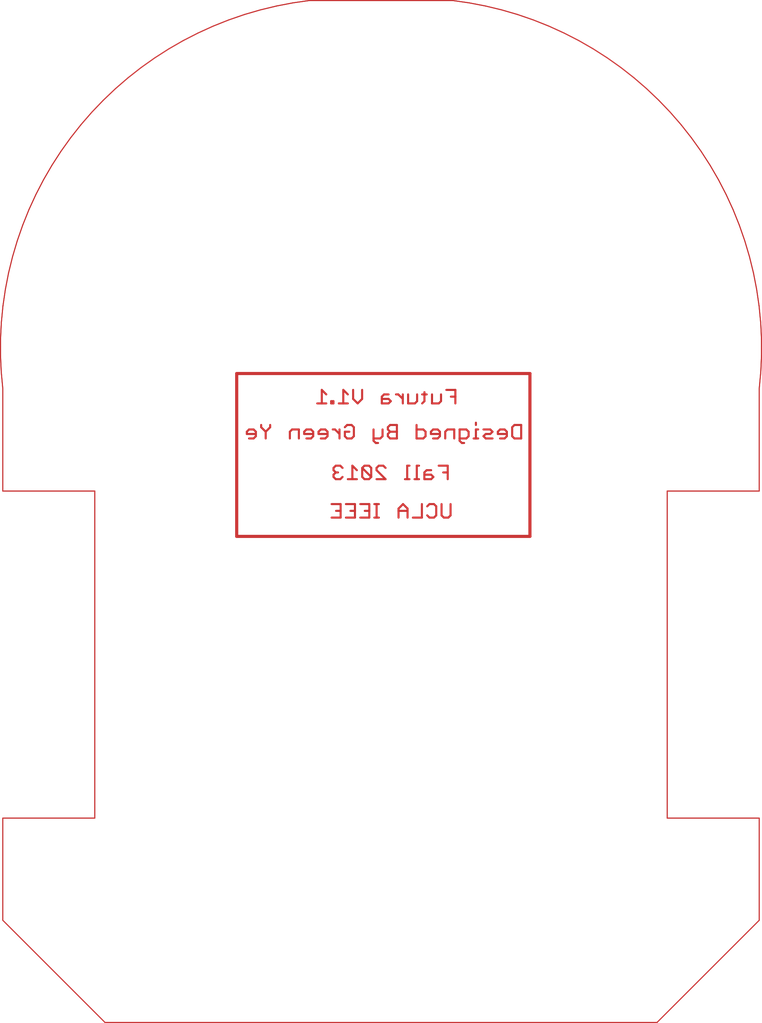
<source format=kicad_pcb>
(kicad_pcb (version 4) (host Gerbview "4.0.6")

  (layers 
    (0 F.Cu signal)
    (31 B.Cu signal)
    (32 B.Adhes user)
    (33 F.Adhes user)
    (34 B.Paste user)
    (35 F.Paste user)
    (36 B.SilkS user)
    (37 F.SilkS user)
    (38 B.Mask user)
    (39 F.Mask user)
    (40 Dwgs.User user)
    (41 Cmts.User user)
    (42 Eco1.User user)
    (43 Eco2.User user)
    (44 Edge.Cuts user)
    (45 Margin user)
    (46 B.CrtYd user)
    (47 F.CrtYd user)
    (48 B.Fab user)
    (49 F.Fab user)
  )

(segment (start 210.75396 -142.86738) (end 210.75396 -158.80588) (width 0.3048) (layer F.Cu) (net 0))
(segment (start 210.75396 -158.80588) (end 239.44072 -158.80588) (width 0.3048) (layer F.Cu) (net 0))
(segment (start 239.44072 -158.80588) (end 239.44072 -142.86738) (width 0.3048) (layer F.Cu) (net 0))
(segment (start 239.44072 -142.86738) (end 210.75396 -142.86738) (width 0.3048) (layer F.Cu) (net 0))
(segment (start 187.8711 -105.30332) (end 197.87108 -95.30334000000001) (width 0.09906) (layer F.Cu) (net 0))
(segment (start 197.87108 -95.30334000000001) (end 251.87148 -95.30334000000001) (width 0.09906) (layer F.Cu) (net 0))
(segment (start 251.87148 -95.30334000000001) (end 261.87146 -105.30332) (width 0.09906) (layer F.Cu) (net 0))
(segment (start 261.87146 -105.30332) (end 261.87146 -115.3033) (width 0.09906) (layer F.Cu) (net 0))
(segment (start 261.87146 -115.3033) (end 252.8697 -115.3033) (width 0.09906) (layer F.Cu) (net 0))
(segment (start 252.8697 -115.3033) (end 252.8697 -147.30476) (width 0.09906) (layer F.Cu) (net 0))
(segment (start 252.8697 -147.30476) (end 261.87146 -147.30476) (width 0.09906) (layer F.Cu) (net 0))
(segment (start 261.87146 -147.30476) (end 261.87146 -157.30474) (width 0.09906) (layer F.Cu) (net 0))
(segment (start 261.87146 -157.30474) (end 261.87146 -147.30476) (width 0.09906) (layer F.Cu) (net 0))
(segment (start 261.87146 -147.30476) (end 252.8697 -147.30476) (width 0.09906) (layer F.Cu) (net 0))
(segment (start 252.8697 -147.30476) (end 252.8697 -115.3033) (width 0.09906) (layer F.Cu) (net 0))
(segment (start 252.8697 -115.3033) (end 261.87146 -115.3033) (width 0.09906) (layer F.Cu) (net 0))
(segment (start 261.87146 -115.3033) (end 261.87146 -105.30332) (width 0.09906) (layer F.Cu) (net 0))
(segment (start 261.87146 -105.30332) (end 251.87148 -95.30334000000001) (width 0.09906) (layer F.Cu) (net 0))
(segment (start 251.87148 -95.30334000000001) (end 197.87108 -95.30334000000001) (width 0.09906) (layer F.Cu) (net 0))
(segment (start 197.87108 -95.30334000000001) (end 187.8711 -105.30332) (width 0.09906) (layer F.Cu) (net 0))
(segment (start 187.8711 -105.30332) (end 187.8711 -115.3033) (width 0.09906) (layer F.Cu) (net 0))
(segment (start 187.8711 -115.3033) (end 196.87032 -115.3033) (width 0.09906) (layer F.Cu) (net 0))
(segment (start 196.87032 -115.3033) (end 196.87032 -147.30476) (width 0.09906) (layer F.Cu) (net 0))
(segment (start 196.87032 -147.30476) (end 187.8711 -147.30476) (width 0.09906) (layer F.Cu) (net 0))
(segment (start 187.8711 -147.30476) (end 187.8711 -157.30474) (width 0.09906) (layer F.Cu) (net 0))
(segment (start 187.8711 -157.30474) (end 187.8711 -147.30476) (width 0.09906) (layer F.Cu) (net 0))
(segment (start 187.8711 -147.30476) (end 196.87032 -147.30476) (width 0.09906) (layer F.Cu) (net 0))
(segment (start 196.87032 -147.30476) (end 196.87032 -115.3033) (width 0.09906) (layer F.Cu) (net 0))
(segment (start 196.87032 -115.3033) (end 187.8711 -115.3033) (width 0.09906) (layer F.Cu) (net 0))
(segment (start 187.8711 -115.3033) (end 187.8711 -105.30332) (width 0.09906) (layer F.Cu) (net 0))
(segment (start 187.8711 -157.30474) (end 187.72124 -158.9278) (width 0.09906) (layer F.Cu) (net 0))
(segment (start 187.72124 -158.9278) (end 187.64504 -160.55594) (width 0.09906) (layer F.Cu) (net 0))
(segment (start 187.64504 -160.55594) (end 187.64758 -162.18408) (width 0.09906) (layer F.Cu) (net 0))
(segment (start 187.64758 -162.18408) (end 187.72886 -163.81222) (width 0.09906) (layer F.Cu) (net 0))
(segment (start 187.72886 -163.81222) (end 187.88634 -165.43274) (width 0.09906) (layer F.Cu) (net 0))
(segment (start 187.88634 -165.43274) (end 188.12256 -167.04564) (width 0.09906) (layer F.Cu) (net 0))
(segment (start 188.12256 -167.04564) (end 188.43244 -168.64584) (width 0.09906) (layer F.Cu) (net 0))
(segment (start 188.43244 -168.64584) (end 188.82106 -170.22826) (width 0.09906) (layer F.Cu) (net 0))
(segment (start 188.82106 -170.22826) (end 189.28334 -171.79036) (width 0.09906) (layer F.Cu) (net 0))
(segment (start 189.28334 -171.79036) (end 189.81928 -173.3296) (width 0.09906) (layer F.Cu) (net 0))
(segment (start 189.81928 -173.3296) (end 190.42634 -174.8409) (width 0.09906) (layer F.Cu) (net 0))
(segment (start 190.42634 -174.8409) (end 191.10706 -176.32172) (width 0.09906) (layer F.Cu) (net 0))
(segment (start 191.10706 -176.32172) (end 191.85636 -177.76952) (width 0.09906) (layer F.Cu) (net 0))
(segment (start 191.85636 -177.76952) (end 192.67424 -179.17922) (width 0.09906) (layer F.Cu) (net 0))
(segment (start 192.67424 -179.17922) (end 193.55816 -180.54828) (width 0.09906) (layer F.Cu) (net 0))
(segment (start 193.55816 -180.54828) (end 194.50558 -181.87162) (width 0.09906) (layer F.Cu) (net 0))
(segment (start 194.50558 -181.87162) (end 195.51396 -183.15178) (width 0.09906) (layer F.Cu) (net 0))
(segment (start 195.51396 -183.15178) (end 196.5833 -184.38114) (width 0.09906) (layer F.Cu) (net 0))
(segment (start 196.5833 -184.38114) (end 197.71106 -185.55716) (width 0.09906) (layer F.Cu) (net 0))
(segment (start 197.71106 -185.55716) (end 198.89216 -186.67984) (width 0.09906) (layer F.Cu) (net 0))
(segment (start 198.89216 -186.67984) (end 200.12406 -187.7441) (width 0.09906) (layer F.Cu) (net 0))
(segment (start 200.12406 -187.7441) (end 201.40676 -188.74994) (width 0.09906) (layer F.Cu) (net 0))
(segment (start 201.40676 -188.74994) (end 202.73772 -189.69228) (width 0.09906) (layer F.Cu) (net 0))
(segment (start 202.73772 -189.69228) (end 204.10932 -190.57112) (width 0.09906) (layer F.Cu) (net 0))
(segment (start 204.10932 -190.57112) (end 205.52156 -191.38392) (width 0.09906) (layer F.Cu) (net 0))
(segment (start 205.52156 -191.38392) (end 206.9719 -192.1256) (width 0.09906) (layer F.Cu) (net 0))
(segment (start 206.9719 -192.1256) (end 208.45526 -192.80124) (width 0.09906) (layer F.Cu) (net 0))
(segment (start 208.45526 -192.80124) (end 209.9691 -193.40322) (width 0.09906) (layer F.Cu) (net 0))
(segment (start 209.9691 -193.40322) (end 211.50834 -193.93408) (width 0.09906) (layer F.Cu) (net 0))
(segment (start 211.50834 -193.93408) (end 213.07298 -194.38874) (width 0.09906) (layer F.Cu) (net 0))
(segment (start 213.07298 -194.38874) (end 214.65794 -194.76974) (width 0.09906) (layer F.Cu) (net 0))
(segment (start 214.65794 -194.76974) (end 216.25814 -195.07708) (width 0.09906) (layer F.Cu) (net 0))
(segment (start 216.25814 -195.07708) (end 217.87104 -195.30568) (width 0.09906) (layer F.Cu) (net 0))
(segment (start 217.87104 -195.30314) (end 231.87152 -195.30314) (width 0.09906) (layer F.Cu) (net 0))
(segment (start 231.87152 -195.30314) (end 217.87104 -195.30314) (width 0.09906) (layer F.Cu) (net 0))
(segment (start 217.87104 -195.30568) (end 216.25814 -195.07708) (width 0.09906) (layer F.Cu) (net 0))
(segment (start 216.25814 -195.07708) (end 214.65794 -194.76974) (width 0.09906) (layer F.Cu) (net 0))
(segment (start 214.65794 -194.76974) (end 213.07298 -194.38874) (width 0.09906) (layer F.Cu) (net 0))
(segment (start 213.07298 -194.38874) (end 211.50834 -193.93408) (width 0.09906) (layer F.Cu) (net 0))
(segment (start 211.50834 -193.93408) (end 209.9691 -193.40322) (width 0.09906) (layer F.Cu) (net 0))
(segment (start 209.9691 -193.40322) (end 208.45526 -192.80124) (width 0.09906) (layer F.Cu) (net 0))
(segment (start 208.45526 -192.80124) (end 206.9719 -192.1256) (width 0.09906) (layer F.Cu) (net 0))
(segment (start 206.9719 -192.1256) (end 205.52156 -191.38392) (width 0.09906) (layer F.Cu) (net 0))
(segment (start 205.52156 -191.38392) (end 204.10932 -190.57112) (width 0.09906) (layer F.Cu) (net 0))
(segment (start 204.10932 -190.57112) (end 202.73772 -189.69228) (width 0.09906) (layer F.Cu) (net 0))
(segment (start 202.73772 -189.69228) (end 201.40676 -188.74994) (width 0.09906) (layer F.Cu) (net 0))
(segment (start 201.40676 -188.74994) (end 200.12406 -187.7441) (width 0.09906) (layer F.Cu) (net 0))
(segment (start 200.12406 -187.7441) (end 198.89216 -186.67984) (width 0.09906) (layer F.Cu) (net 0))
(segment (start 198.89216 -186.67984) (end 197.71106 -185.55716) (width 0.09906) (layer F.Cu) (net 0))
(segment (start 197.71106 -185.55716) (end 196.5833 -184.38114) (width 0.09906) (layer F.Cu) (net 0))
(segment (start 196.5833 -184.38114) (end 195.51396 -183.15178) (width 0.09906) (layer F.Cu) (net 0))
(segment (start 195.51396 -183.15178) (end 194.50558 -181.87162) (width 0.09906) (layer F.Cu) (net 0))
(segment (start 194.50558 -181.87162) (end 193.55816 -180.54828) (width 0.09906) (layer F.Cu) (net 0))
(segment (start 193.55816 -180.54828) (end 192.67424 -179.17922) (width 0.09906) (layer F.Cu) (net 0))
(segment (start 192.67424 -179.17922) (end 191.85636 -177.76952) (width 0.09906) (layer F.Cu) (net 0))
(segment (start 191.85636 -177.76952) (end 191.10706 -176.32172) (width 0.09906) (layer F.Cu) (net 0))
(segment (start 191.10706 -176.32172) (end 190.42634 -174.8409) (width 0.09906) (layer F.Cu) (net 0))
(segment (start 190.42634 -174.8409) (end 189.81928 -173.3296) (width 0.09906) (layer F.Cu) (net 0))
(segment (start 189.81928 -173.3296) (end 189.28334 -171.79036) (width 0.09906) (layer F.Cu) (net 0))
(segment (start 189.28334 -171.79036) (end 188.82106 -170.22826) (width 0.09906) (layer F.Cu) (net 0))
(segment (start 188.82106 -170.22826) (end 188.43244 -168.64584) (width 0.09906) (layer F.Cu) (net 0))
(segment (start 188.43244 -168.64584) (end 188.12256 -167.04564) (width 0.09906) (layer F.Cu) (net 0))
(segment (start 188.12256 -167.04564) (end 187.88634 -165.43274) (width 0.09906) (layer F.Cu) (net 0))
(segment (start 187.88634 -165.43274) (end 187.72886 -163.81222) (width 0.09906) (layer F.Cu) (net 0))
(segment (start 187.72886 -163.81222) (end 187.64758 -162.18408) (width 0.09906) (layer F.Cu) (net 0))
(segment (start 187.64758 -162.18408) (end 187.64504 -160.55594) (width 0.09906) (layer F.Cu) (net 0))
(segment (start 187.64504 -160.55594) (end 187.72124 -158.9278) (width 0.09906) (layer F.Cu) (net 0))
(segment (start 187.72124 -158.9278) (end 187.8711 -157.30474) (width 0.09906) (layer F.Cu) (net 0))
(segment (start 231.87152 -195.30568) (end 233.48442 -195.07708) (width 0.09906) (layer F.Cu) (net 0))
(segment (start 233.48442 -195.07708) (end 235.08462 -194.76974) (width 0.09906) (layer F.Cu) (net 0))
(segment (start 235.08462 -194.76974) (end 236.66958 -194.38874) (width 0.09906) (layer F.Cu) (net 0))
(segment (start 236.66958 -194.38874) (end 238.23422 -193.93408) (width 0.09906) (layer F.Cu) (net 0))
(segment (start 238.23422 -193.93408) (end 239.77346 -193.40322) (width 0.09906) (layer F.Cu) (net 0))
(segment (start 239.77346 -193.40322) (end 241.2873 -192.80124) (width 0.09906) (layer F.Cu) (net 0))
(segment (start 241.2873 -192.80124) (end 242.77066 -192.1256) (width 0.09906) (layer F.Cu) (net 0))
(segment (start 242.77066 -192.1256) (end 244.221 -191.38392) (width 0.09906) (layer F.Cu) (net 0))
(segment (start 244.221 -191.38392) (end 245.63324 -190.57112) (width 0.09906) (layer F.Cu) (net 0))
(segment (start 245.63324 -190.57112) (end 247.00484 -189.69228) (width 0.09906) (layer F.Cu) (net 0))
(segment (start 247.00484 -189.69228) (end 248.3358 -188.74994) (width 0.09906) (layer F.Cu) (net 0))
(segment (start 248.3358 -188.74994) (end 249.6185 -187.7441) (width 0.09906) (layer F.Cu) (net 0))
(segment (start 249.6185 -187.7441) (end 250.8504 -186.67984) (width 0.09906) (layer F.Cu) (net 0))
(segment (start 250.8504 -186.67984) (end 252.0315 -185.55716) (width 0.09906) (layer F.Cu) (net 0))
(segment (start 252.0315 -185.55716) (end 253.15926 -184.38114) (width 0.09906) (layer F.Cu) (net 0))
(segment (start 253.15926 -184.38114) (end 254.2286 -183.15178) (width 0.09906) (layer F.Cu) (net 0))
(segment (start 254.2286 -183.15178) (end 255.23698 -181.87162) (width 0.09906) (layer F.Cu) (net 0))
(segment (start 255.23698 -181.87162) (end 256.1844 -180.54828) (width 0.09906) (layer F.Cu) (net 0))
(segment (start 256.1844 -180.54828) (end 257.06832 -179.17922) (width 0.09906) (layer F.Cu) (net 0))
(segment (start 257.06832 -179.17922) (end 257.8862 -177.76952) (width 0.09906) (layer F.Cu) (net 0))
(segment (start 257.8862 -177.76952) (end 258.6355 -176.32172) (width 0.09906) (layer F.Cu) (net 0))
(segment (start 258.6355 -176.32172) (end 259.31622 -174.8409) (width 0.09906) (layer F.Cu) (net 0))
(segment (start 259.31622 -174.8409) (end 259.92328 -173.3296) (width 0.09906) (layer F.Cu) (net 0))
(segment (start 259.92328 -173.3296) (end 260.45922 -171.79036) (width 0.09906) (layer F.Cu) (net 0))
(segment (start 260.45922 -171.79036) (end 260.9215 -170.22826) (width 0.09906) (layer F.Cu) (net 0))
(segment (start 260.9215 -170.22826) (end 261.31012 -168.64584) (width 0.09906) (layer F.Cu) (net 0))
(segment (start 261.31012 -168.64584) (end 261.62 -167.04564) (width 0.09906) (layer F.Cu) (net 0))
(segment (start 261.62 -167.04564) (end 261.85622 -165.43274) (width 0.09906) (layer F.Cu) (net 0))
(segment (start 261.85622 -165.43274) (end 262.0137 -163.81222) (width 0.09906) (layer F.Cu) (net 0))
(segment (start 262.0137 -163.81222) (end 262.09498 -162.18408) (width 0.09906) (layer F.Cu) (net 0))
(segment (start 262.09498 -162.18408) (end 262.09752 -160.55594) (width 0.09906) (layer F.Cu) (net 0))
(segment (start 262.09752 -160.55594) (end 262.02132 -158.9278) (width 0.09906) (layer F.Cu) (net 0))
(segment (start 262.02132 -158.9278) (end 261.87146 -157.30474) (width 0.09906) (layer F.Cu) (net 0))
(segment (start 261.87146 -157.30474) (end 262.02132 -158.9278) (width 0.09906) (layer F.Cu) (net 0))
(segment (start 262.02132 -158.9278) (end 262.09752 -160.55594) (width 0.09906) (layer F.Cu) (net 0))
(segment (start 262.09752 -160.55594) (end 262.09498 -162.18408) (width 0.09906) (layer F.Cu) (net 0))
(segment (start 262.09498 -162.18408) (end 262.0137 -163.81222) (width 0.09906) (layer F.Cu) (net 0))
(segment (start 262.0137 -163.81222) (end 261.85622 -165.43274) (width 0.09906) (layer F.Cu) (net 0))
(segment (start 261.85622 -165.43274) (end 261.62 -167.04564) (width 0.09906) (layer F.Cu) (net 0))
(segment (start 261.62 -167.04564) (end 261.31012 -168.64584) (width 0.09906) (layer F.Cu) (net 0))
(segment (start 261.31012 -168.64584) (end 260.9215 -170.22826) (width 0.09906) (layer F.Cu) (net 0))
(segment (start 260.9215 -170.22826) (end 260.45922 -171.79036) (width 0.09906) (layer F.Cu) (net 0))
(segment (start 260.45922 -171.79036) (end 259.92328 -173.3296) (width 0.09906) (layer F.Cu) (net 0))
(segment (start 259.92328 -173.3296) (end 259.31622 -174.8409) (width 0.09906) (layer F.Cu) (net 0))
(segment (start 259.31622 -174.8409) (end 258.6355 -176.32172) (width 0.09906) (layer F.Cu) (net 0))
(segment (start 258.6355 -176.32172) (end 257.8862 -177.76952) (width 0.09906) (layer F.Cu) (net 0))
(segment (start 257.8862 -177.76952) (end 257.06832 -179.17922) (width 0.09906) (layer F.Cu) (net 0))
(segment (start 257.06832 -179.17922) (end 256.1844 -180.54828) (width 0.09906) (layer F.Cu) (net 0))
(segment (start 256.1844 -180.54828) (end 255.23698 -181.87162) (width 0.09906) (layer F.Cu) (net 0))
(segment (start 255.23698 -181.87162) (end 254.2286 -183.15178) (width 0.09906) (layer F.Cu) (net 0))
(segment (start 254.2286 -183.15178) (end 253.15926 -184.38114) (width 0.09906) (layer F.Cu) (net 0))
(segment (start 253.15926 -184.38114) (end 252.0315 -185.55716) (width 0.09906) (layer F.Cu) (net 0))
(segment (start 252.0315 -185.55716) (end 250.8504 -186.67984) (width 0.09906) (layer F.Cu) (net 0))
(segment (start 250.8504 -186.67984) (end 249.6185 -187.7441) (width 0.09906) (layer F.Cu) (net 0))
(segment (start 249.6185 -187.7441) (end 248.3358 -188.74994) (width 0.09906) (layer F.Cu) (net 0))
(segment (start 248.3358 -188.74994) (end 247.00484 -189.69228) (width 0.09906) (layer F.Cu) (net 0))
(segment (start 247.00484 -189.69228) (end 245.63324 -190.57112) (width 0.09906) (layer F.Cu) (net 0))
(segment (start 245.63324 -190.57112) (end 244.221 -191.38392) (width 0.09906) (layer F.Cu) (net 0))
(segment (start 244.221 -191.38392) (end 242.77066 -192.1256) (width 0.09906) (layer F.Cu) (net 0))
(segment (start 242.77066 -192.1256) (end 241.2873 -192.80124) (width 0.09906) (layer F.Cu) (net 0))
(segment (start 241.2873 -192.80124) (end 239.77346 -193.40322) (width 0.09906) (layer F.Cu) (net 0))
(segment (start 239.77346 -193.40322) (end 238.23422 -193.93408) (width 0.09906) (layer F.Cu) (net 0))
(segment (start 238.23422 -193.93408) (end 236.66958 -194.38874) (width 0.09906) (layer F.Cu) (net 0))
(segment (start 236.66958 -194.38874) (end 235.08462 -194.76974) (width 0.09906) (layer F.Cu) (net 0))
(segment (start 235.08462 -194.76974) (end 233.48442 -195.07708) (width 0.09906) (layer F.Cu) (net 0))
(segment (start 233.48442 -195.07708) (end 231.87152 -195.30568) (width 0.09906) (layer F.Cu) (net 0))
(segment (start 232.14584 -157.20314) (end 231.26446 -157.20314) (width 0.2032) (layer F.Cu) (net 0))
(segment (start 230.74376 -156.76118) (end 230.74376 -156.10078) (width 0.2032) (layer F.Cu) (net 0))
(segment (start 230.74376 -156.10078) (end 230.52278 -155.8798) (width 0.2032) (layer F.Cu) (net 0))
(segment (start 230.52278 -155.8798) (end 229.86238 -155.8798) (width 0.2032) (layer F.Cu) (net 0))
(segment (start 229.86238 -155.8798) (end 229.86238 -156.76118) (width 0.2032) (layer F.Cu) (net 0))
(segment (start 229.33914 -156.76118) (end 228.89972 -156.76118) (width 0.2032) (layer F.Cu) (net 0))
(segment (start 229.1207 -156.98216) (end 229.1207 -156.10078) (width 0.2032) (layer F.Cu) (net 0))
(segment (start 229.1207 -156.10078) (end 228.89972 -155.8798) (width 0.2032) (layer F.Cu) (net 0))
(segment (start 228.40442 -156.10078) (end 228.18344 -155.8798) (width 0.2032) (layer F.Cu) (net 0))
(segment (start 228.18344 -155.8798) (end 227.52304 -155.8798) (width 0.2032) (layer F.Cu) (net 0))
(segment (start 227.52304 -155.8798) (end 227.52304 -156.76118) (width 0.2032) (layer F.Cu) (net 0))
(segment (start 227.00234 -156.76118) (end 227.00234 -155.8798) (width 0.2032) (layer F.Cu) (net 0))
(segment (start 227.00234 -156.32176) (end 226.56038 -156.76118) (width 0.2032) (layer F.Cu) (net 0))
(segment (start 226.56038 -156.76118) (end 226.3394 -156.76118) (width 0.2032) (layer F.Cu) (net 0))
(segment (start 225.61042 -156.76118) (end 225.171 -156.76118) (width 0.2032) (layer F.Cu) (net 0))
(segment (start 225.171 -156.76118) (end 224.95002 -156.54274) (width 0.2032) (layer F.Cu) (net 0))
(segment (start 224.95002 -156.54274) (end 224.95002 -155.8798) (width 0.2032) (layer F.Cu) (net 0))
(segment (start 224.95002 -155.8798) (end 225.61042 -155.8798) (width 0.2032) (layer F.Cu) (net 0))
(segment (start 225.61042 -155.8798) (end 225.8314 -156.10078) (width 0.2032) (layer F.Cu) (net 0))
(segment (start 225.8314 -156.10078) (end 225.61042 -156.32176) (width 0.2032) (layer F.Cu) (net 0))
(segment (start 225.61042 -156.32176) (end 224.95002 -156.32176) (width 0.2032) (layer F.Cu) (net 0))
(segment (start 223.0247 -156.32176) (end 222.58528 -155.8798) (width 0.2032) (layer F.Cu) (net 0))
(segment (start 222.58528 -155.8798) (end 222.14332 -156.32176) (width 0.2032) (layer F.Cu) (net 0))
(segment (start 222.14332 -156.32176) (end 222.14332 -157.20314) (width 0.2032) (layer F.Cu) (net 0))
(segment (start 221.62262 -156.76118) (end 221.18066 -157.20314) (width 0.2032) (layer F.Cu) (net 0))
(segment (start 221.18066 -157.20314) (end 221.18066 -155.8798) (width 0.2032) (layer F.Cu) (net 0))
(segment (start 220.74124 -155.8798) (end 221.62262 -155.8798) (width 0.2032) (layer F.Cu) (net 0))
(segment (start 220.218 -155.8798) (end 219.99702 -155.8798) (width 0.2032) (layer F.Cu) (net 0))
(segment (start 219.99702 -155.8798) (end 219.99702 -156.10078) (width 0.2032) (layer F.Cu) (net 0))
(segment (start 219.99702 -156.10078) (end 220.218 -156.10078) (width 0.2032) (layer F.Cu) (net 0))
(segment (start 220.218 -156.10078) (end 220.218 -155.8798) (width 0.2032) (layer F.Cu) (net 0))
(segment (start 219.51696 -155.8798) (end 218.63558 -155.8798) (width 0.2032) (layer F.Cu) (net 0))
(segment (start 219.07754 -155.8798) (end 219.07754 -157.20314) (width 0.2032) (layer F.Cu) (net 0))
(segment (start 219.07754 -157.20314) (end 219.51696 -156.76118) (width 0.2032) (layer F.Cu) (net 0))
(segment (start 219.42044 -153.33218) (end 218.98102 -153.33218) (width 0.2032) (layer F.Cu) (net 0))
(segment (start 218.98102 -153.33218) (end 218.76004 -153.1112) (width 0.2032) (layer F.Cu) (net 0))
(segment (start 218.76004 -153.1112) (end 218.76004 -152.89022) (width 0.2032) (layer F.Cu) (net 0))
(segment (start 218.76004 -152.89022) (end 219.64142 -152.89022) (width 0.2032) (layer F.Cu) (net 0))
(segment (start 219.64142 -152.67178) (end 219.64142 -153.1112) (width 0.2032) (layer F.Cu) (net 0))
(segment (start 219.64142 -153.1112) (end 219.42044 -153.33218) (width 0.2032) (layer F.Cu) (net 0))
(segment (start 219.64142 -152.67178) (end 219.42044 -152.4508) (width 0.2032) (layer F.Cu) (net 0))
(segment (start 219.42044 -152.4508) (end 218.98102 -152.4508) (width 0.2032) (layer F.Cu) (net 0))
(segment (start 218.2368 -152.67178) (end 218.2368 -153.1112) (width 0.2032) (layer F.Cu) (net 0))
(segment (start 218.2368 -153.1112) (end 218.01836 -153.33218) (width 0.2032) (layer F.Cu) (net 0))
(segment (start 218.01836 -153.33218) (end 217.5764 -153.33218) (width 0.2032) (layer F.Cu) (net 0))
(segment (start 217.5764 -153.33218) (end 217.35542 -153.1112) (width 0.2032) (layer F.Cu) (net 0))
(segment (start 217.35542 -153.1112) (end 217.35542 -152.89022) (width 0.2032) (layer F.Cu) (net 0))
(segment (start 217.35542 -152.89022) (end 218.2368 -152.89022) (width 0.2032) (layer F.Cu) (net 0))
(segment (start 218.2368 -152.67178) (end 218.01836 -152.4508) (width 0.2032) (layer F.Cu) (net 0))
(segment (start 218.01836 -152.4508) (end 217.5764 -152.4508) (width 0.2032) (layer F.Cu) (net 0))
(segment (start 216.83472 -152.4508) (end 216.83472 -153.33218) (width 0.2032) (layer F.Cu) (net 0))
(segment (start 216.83472 -153.33218) (end 216.17432 -153.33218) (width 0.2032) (layer F.Cu) (net 0))
(segment (start 216.17432 -153.33218) (end 215.95334 -153.1112) (width 0.2032) (layer F.Cu) (net 0))
(segment (start 215.95334 -153.1112) (end 215.95334 -152.4508) (width 0.2032) (layer F.Cu) (net 0))
(segment (start 214.02802 -153.55062) (end 213.5886 -153.1112) (width 0.2032) (layer F.Cu) (net 0))
(segment (start 213.5886 -153.1112) (end 213.5886 -152.4508) (width 0.2032) (layer F.Cu) (net 0))
(segment (start 213.5886 -153.1112) (end 213.14664 -153.55062) (width 0.2032) (layer F.Cu) (net 0))
(segment (start 213.14664 -153.55062) (end 213.14664 -153.7716) (width 0.2032) (layer F.Cu) (net 0))
(segment (start 212.62594 -153.1112) (end 212.40496 -153.33218) (width 0.2032) (layer F.Cu) (net 0))
(segment (start 212.40496 -153.33218) (end 211.963 -153.33218) (width 0.2032) (layer F.Cu) (net 0))
(segment (start 211.963 -153.33218) (end 211.74456 -153.1112) (width 0.2032) (layer F.Cu) (net 0))
(segment (start 211.74456 -153.1112) (end 211.74456 -152.89022) (width 0.2032) (layer F.Cu) (net 0))
(segment (start 211.74456 -152.89022) (end 212.62594 -152.89022) (width 0.2032) (layer F.Cu) (net 0))
(segment (start 212.62594 -152.67178) (end 212.62594 -153.1112) (width 0.2032) (layer F.Cu) (net 0))
(segment (start 212.62594 -152.67178) (end 212.40496 -152.4508) (width 0.2032) (layer F.Cu) (net 0))
(segment (start 212.40496 -152.4508) (end 211.963 -152.4508) (width 0.2032) (layer F.Cu) (net 0))
(segment (start 214.02802 -153.55062) (end 214.02802 -153.7716) (width 0.2032) (layer F.Cu) (net 0))
(segment (start 220.14942 -153.33218) (end 220.3704 -153.33218) (width 0.2032) (layer F.Cu) (net 0))
(segment (start 220.3704 -153.33218) (end 220.80982 -152.89022) (width 0.2032) (layer F.Cu) (net 0))
(segment (start 220.80982 -152.4508) (end 220.80982 -153.33218) (width 0.2032) (layer F.Cu) (net 0))
(segment (start 221.33306 -153.55062) (end 221.55404 -153.7716) (width 0.2032) (layer F.Cu) (net 0))
(segment (start 221.55404 -153.7716) (end 221.99346 -153.7716) (width 0.2032) (layer F.Cu) (net 0))
(segment (start 221.99346 -153.7716) (end 222.21444 -153.55062) (width 0.2032) (layer F.Cu) (net 0))
(segment (start 222.21444 -153.55062) (end 222.21444 -152.67178) (width 0.2032) (layer F.Cu) (net 0))
(segment (start 222.21444 -152.67178) (end 221.99346 -152.4508) (width 0.2032) (layer F.Cu) (net 0))
(segment (start 221.99346 -152.4508) (end 221.55404 -152.4508) (width 0.2032) (layer F.Cu) (net 0))
(segment (start 221.55404 -152.4508) (end 221.33306 -152.67178) (width 0.2032) (layer F.Cu) (net 0))
(segment (start 221.33306 -152.67178) (end 221.33306 -153.1112) (width 0.2032) (layer F.Cu) (net 0))
(segment (start 221.33306 -153.1112) (end 221.77248 -153.1112) (width 0.2032) (layer F.Cu) (net 0))
(segment (start 224.13976 -153.33218) (end 224.13976 -152.22982) (width 0.2032) (layer F.Cu) (net 0))
(segment (start 224.13976 -152.22982) (end 224.3582 -152.00884) (width 0.2032) (layer F.Cu) (net 0))
(segment (start 224.3582 -152.00884) (end 224.57918 -152.00884) (width 0.2032) (layer F.Cu) (net 0))
(segment (start 224.80016 -152.4508) (end 224.13976 -152.4508) (width 0.2032) (layer F.Cu) (net 0))
(segment (start 224.80016 -152.4508) (end 225.02114 -152.67178) (width 0.2032) (layer F.Cu) (net 0))
(segment (start 225.02114 -152.67178) (end 225.02114 -153.33218) (width 0.2032) (layer F.Cu) (net 0))
(segment (start 225.54184 -153.33218) (end 225.76282 -153.1112) (width 0.2032) (layer F.Cu) (net 0))
(segment (start 225.76282 -153.1112) (end 226.42322 -153.1112) (width 0.2032) (layer F.Cu) (net 0))
(segment (start 225.76282 -153.1112) (end 225.54184 -152.89022) (width 0.2032) (layer F.Cu) (net 0))
(segment (start 225.54184 -152.89022) (end 225.54184 -152.67178) (width 0.2032) (layer F.Cu) (net 0))
(segment (start 225.54184 -152.67178) (end 225.76282 -152.4508) (width 0.2032) (layer F.Cu) (net 0))
(segment (start 225.76282 -152.4508) (end 226.42322 -152.4508) (width 0.2032) (layer F.Cu) (net 0))
(segment (start 226.42322 -152.4508) (end 226.42322 -153.7716) (width 0.2032) (layer F.Cu) (net 0))
(segment (start 226.42322 -153.7716) (end 225.76282 -153.7716) (width 0.2032) (layer F.Cu) (net 0))
(segment (start 225.76282 -153.7716) (end 225.54184 -153.55062) (width 0.2032) (layer F.Cu) (net 0))
(segment (start 225.54184 -153.55062) (end 225.54184 -153.33218) (width 0.2032) (layer F.Cu) (net 0))
(segment (start 228.34854 -153.33218) (end 229.00894 -153.33218) (width 0.2032) (layer F.Cu) (net 0))
(segment (start 229.00894 -153.33218) (end 229.22992 -153.1112) (width 0.2032) (layer F.Cu) (net 0))
(segment (start 229.22992 -153.1112) (end 229.22992 -152.67178) (width 0.2032) (layer F.Cu) (net 0))
(segment (start 229.22992 -152.67178) (end 229.00894 -152.4508) (width 0.2032) (layer F.Cu) (net 0))
(segment (start 229.00894 -152.4508) (end 228.34854 -152.4508) (width 0.2032) (layer F.Cu) (net 0))
(segment (start 228.34854 -152.4508) (end 228.34854 -153.7716) (width 0.2032) (layer F.Cu) (net 0))
(segment (start 229.75316 -153.1112) (end 229.75316 -152.89022) (width 0.2032) (layer F.Cu) (net 0))
(segment (start 229.75316 -152.89022) (end 230.63454 -152.89022) (width 0.2032) (layer F.Cu) (net 0))
(segment (start 230.63454 -152.67178) (end 230.63454 -153.1112) (width 0.2032) (layer F.Cu) (net 0))
(segment (start 230.63454 -153.1112) (end 230.41356 -153.33218) (width 0.2032) (layer F.Cu) (net 0))
(segment (start 230.41356 -153.33218) (end 229.9716 -153.33218) (width 0.2032) (layer F.Cu) (net 0))
(segment (start 229.9716 -153.33218) (end 229.75316 -153.1112) (width 0.2032) (layer F.Cu) (net 0))
(segment (start 229.9716 -152.4508) (end 230.41356 -152.4508) (width 0.2032) (layer F.Cu) (net 0))
(segment (start 230.41356 -152.4508) (end 230.63454 -152.67178) (width 0.2032) (layer F.Cu) (net 0))
(segment (start 231.15524 -152.4508) (end 231.15524 -153.1112) (width 0.2032) (layer F.Cu) (net 0))
(segment (start 231.15524 -153.1112) (end 231.37622 -153.33218) (width 0.2032) (layer F.Cu) (net 0))
(segment (start 231.37622 -153.33218) (end 232.03662 -153.33218) (width 0.2032) (layer F.Cu) (net 0))
(segment (start 232.03662 -153.33218) (end 232.03662 -152.4508) (width 0.2032) (layer F.Cu) (net 0))
(segment (start 232.55986 -152.4508) (end 233.22026 -152.4508) (width 0.2032) (layer F.Cu) (net 0))
(segment (start 233.22026 -152.4508) (end 233.44124 -152.67178) (width 0.2032) (layer F.Cu) (net 0))
(segment (start 233.44124 -152.67178) (end 233.44124 -153.1112) (width 0.2032) (layer F.Cu) (net 0))
(segment (start 233.44124 -153.1112) (end 233.22026 -153.33218) (width 0.2032) (layer F.Cu) (net 0))
(segment (start 233.22026 -153.33218) (end 232.55986 -153.33218) (width 0.2032) (layer F.Cu) (net 0))
(segment (start 232.55986 -153.33218) (end 232.55986 -152.22982) (width 0.2032) (layer F.Cu) (net 0))
(segment (start 232.55986 -152.22982) (end 232.7783 -152.00884) (width 0.2032) (layer F.Cu) (net 0))
(segment (start 232.7783 -152.00884) (end 232.99928 -152.00884) (width 0.2032) (layer F.Cu) (net 0))
(segment (start 233.934 -152.4508) (end 234.37596 -152.4508) (width 0.2032) (layer F.Cu) (net 0))
(segment (start 234.15498 -152.4508) (end 234.15498 -153.33218) (width 0.2032) (layer F.Cu) (net 0))
(segment (start 234.15498 -153.33218) (end 234.37596 -153.33218) (width 0.2032) (layer F.Cu) (net 0))
(segment (start 234.15498 -153.7716) (end 234.15498 -153.99258) (width 0.2032) (layer F.Cu) (net 0))
(segment (start 234.89666 -153.33218) (end 235.5596 -153.33218) (width 0.2032) (layer F.Cu) (net 0))
(segment (start 235.5596 -153.33218) (end 235.77804 -153.1112) (width 0.2032) (layer F.Cu) (net 0))
(segment (start 235.77804 -153.1112) (end 235.5596 -152.89022) (width 0.2032) (layer F.Cu) (net 0))
(segment (start 235.5596 -152.89022) (end 235.11764 -152.89022) (width 0.2032) (layer F.Cu) (net 0))
(segment (start 235.11764 -152.89022) (end 234.89666 -152.67178) (width 0.2032) (layer F.Cu) (net 0))
(segment (start 234.89666 -152.67178) (end 235.11764 -152.4508) (width 0.2032) (layer F.Cu) (net 0))
(segment (start 235.11764 -152.4508) (end 235.77804 -152.4508) (width 0.2032) (layer F.Cu) (net 0))
(segment (start 236.30128 -152.89022) (end 237.18266 -152.89022) (width 0.2032) (layer F.Cu) (net 0))
(segment (start 237.18266 -152.67178) (end 237.18266 -153.1112) (width 0.2032) (layer F.Cu) (net 0))
(segment (start 237.18266 -153.1112) (end 236.96168 -153.33218) (width 0.2032) (layer F.Cu) (net 0))
(segment (start 236.96168 -153.33218) (end 236.52226 -153.33218) (width 0.2032) (layer F.Cu) (net 0))
(segment (start 236.52226 -153.33218) (end 236.30128 -153.1112) (width 0.2032) (layer F.Cu) (net 0))
(segment (start 236.30128 -153.1112) (end 236.30128 -152.89022) (width 0.2032) (layer F.Cu) (net 0))
(segment (start 236.52226 -152.4508) (end 236.96168 -152.4508) (width 0.2032) (layer F.Cu) (net 0))
(segment (start 236.96168 -152.4508) (end 237.18266 -152.67178) (width 0.2032) (layer F.Cu) (net 0))
(segment (start 237.70336 -152.67178) (end 237.70336 -153.55062) (width 0.2032) (layer F.Cu) (net 0))
(segment (start 237.70336 -153.55062) (end 237.92434 -153.7716) (width 0.2032) (layer F.Cu) (net 0))
(segment (start 237.92434 -153.7716) (end 238.58474 -153.7716) (width 0.2032) (layer F.Cu) (net 0))
(segment (start 238.58474 -153.7716) (end 238.58474 -152.4508) (width 0.2032) (layer F.Cu) (net 0))
(segment (start 238.58474 -152.4508) (end 237.92434 -152.4508) (width 0.2032) (layer F.Cu) (net 0))
(segment (start 237.92434 -152.4508) (end 237.70336 -152.67178) (width 0.2032) (layer F.Cu) (net 0))
(segment (start 232.14584 -155.8798) (end 232.14584 -157.20314) (width 0.2032) (layer F.Cu) (net 0))
(segment (start 232.14584 -156.54274) (end 231.70642 -156.54274) (width 0.2032) (layer F.Cu) (net 0))
(segment (start 228.40442 -156.76118) (end 228.40442 -156.10078) (width 0.2032) (layer F.Cu) (net 0))
(segment (start 223.0247 -156.32176) (end 223.0247 -157.20314) (width 0.2032) (layer F.Cu) (net 0))
(segment (start 223.2533 -149.78888) (end 223.03232 -149.5679) (width 0.2032) (layer F.Cu) (net 0))
(segment (start 223.03232 -149.5679) (end 223.9137 -148.68652) (width 0.2032) (layer F.Cu) (net 0))
(segment (start 223.9137 -148.68652) (end 223.69272 -148.46554) (width 0.2032) (layer F.Cu) (net 0))
(segment (start 223.69272 -148.46554) (end 223.2533 -148.46554) (width 0.2032) (layer F.Cu) (net 0))
(segment (start 223.2533 -148.46554) (end 223.03232 -148.68652) (width 0.2032) (layer F.Cu) (net 0))
(segment (start 223.03232 -148.68652) (end 223.03232 -149.5679) (width 0.2032) (layer F.Cu) (net 0))
(segment (start 223.2533 -149.78888) (end 223.69272 -149.78888) (width 0.2032) (layer F.Cu) (net 0))
(segment (start 223.69272 -149.78888) (end 223.9137 -149.5679) (width 0.2032) (layer F.Cu) (net 0))
(segment (start 223.9137 -149.5679) (end 223.9137 -148.68652) (width 0.2032) (layer F.Cu) (net 0))
(segment (start 224.4344 -148.46554) (end 225.31578 -148.46554) (width 0.2032) (layer F.Cu) (net 0))
(segment (start 225.31578 -148.46554) (end 224.4344 -149.34692) (width 0.2032) (layer F.Cu) (net 0))
(segment (start 224.4344 -149.34692) (end 224.4344 -149.5679) (width 0.2032) (layer F.Cu) (net 0))
(segment (start 224.4344 -149.5679) (end 224.65538 -149.78888) (width 0.2032) (layer F.Cu) (net 0))
(segment (start 224.65538 -149.78888) (end 225.0948 -149.78888) (width 0.2032) (layer F.Cu) (net 0))
(segment (start 225.0948 -149.78888) (end 225.31578 -149.5679) (width 0.2032) (layer F.Cu) (net 0))
(segment (start 227.43414 -149.78888) (end 227.43414 -148.46554) (width 0.2032) (layer F.Cu) (net 0))
(segment (start 227.2157 -148.46554) (end 227.65512 -148.46554) (width 0.2032) (layer F.Cu) (net 0))
(segment (start 228.15042 -148.46554) (end 228.58984 -148.46554) (width 0.2032) (layer F.Cu) (net 0))
(segment (start 228.3714 -148.46554) (end 228.3714 -149.78888) (width 0.2032) (layer F.Cu) (net 0))
(segment (start 228.3714 -149.78888) (end 228.58984 -149.78888) (width 0.2032) (layer F.Cu) (net 0))
(segment (start 229.11308 -149.12594) (end 229.11308 -148.46554) (width 0.2032) (layer F.Cu) (net 0))
(segment (start 229.11308 -148.46554) (end 229.77348 -148.46554) (width 0.2032) (layer F.Cu) (net 0))
(segment (start 229.77348 -148.46554) (end 229.99446 -148.68652) (width 0.2032) (layer F.Cu) (net 0))
(segment (start 229.99446 -148.68652) (end 229.77348 -148.9075) (width 0.2032) (layer F.Cu) (net 0))
(segment (start 229.77348 -148.9075) (end 229.11308 -148.9075) (width 0.2032) (layer F.Cu) (net 0))
(segment (start 229.11308 -149.12594) (end 229.33406 -149.34692) (width 0.2032) (layer F.Cu) (net 0))
(segment (start 229.33406 -149.34692) (end 229.77348 -149.34692) (width 0.2032) (layer F.Cu) (net 0))
(segment (start 230.51516 -149.78888) (end 231.39654 -149.78888) (width 0.2032) (layer F.Cu) (net 0))
(segment (start 231.39654 -149.78888) (end 231.39654 -148.46554) (width 0.2032) (layer F.Cu) (net 0))
(segment (start 231.39654 -149.12594) (end 230.95712 -149.12594) (width 0.2032) (layer F.Cu) (net 0))
(segment (start 230.79456 -146.02968) (end 230.79456 -144.92732) (width 0.2032) (layer F.Cu) (net 0))
(segment (start 230.79456 -144.92732) (end 231.01554 -144.70634) (width 0.2032) (layer F.Cu) (net 0))
(segment (start 231.01554 -144.70634) (end 231.4575 -144.70634) (width 0.2032) (layer F.Cu) (net 0))
(segment (start 231.4575 -144.70634) (end 231.67594 -144.92732) (width 0.2032) (layer F.Cu) (net 0))
(segment (start 231.67594 -144.92732) (end 231.67594 -146.02968) (width 0.2032) (layer F.Cu) (net 0))
(segment (start 230.27386 -145.8087) (end 230.27386 -144.92732) (width 0.2032) (layer F.Cu) (net 0))
(segment (start 230.27386 -144.92732) (end 230.05288 -144.70634) (width 0.2032) (layer F.Cu) (net 0))
(segment (start 230.05288 -144.70634) (end 229.61346 -144.70634) (width 0.2032) (layer F.Cu) (net 0))
(segment (start 229.61346 -144.70634) (end 229.39248 -144.92732) (width 0.2032) (layer F.Cu) (net 0))
(segment (start 228.86924 -144.70634) (end 228.86924 -146.02968) (width 0.2032) (layer F.Cu) (net 0))
(segment (start 229.39248 -145.8087) (end 229.61346 -146.02968) (width 0.2032) (layer F.Cu) (net 0))
(segment (start 229.61346 -146.02968) (end 230.05288 -146.02968) (width 0.2032) (layer F.Cu) (net 0))
(segment (start 230.05288 -146.02968) (end 230.27386 -145.8087) (width 0.2032) (layer F.Cu) (net 0))
(segment (start 228.86924 -144.70634) (end 227.98786 -144.70634) (width 0.2032) (layer F.Cu) (net 0))
(segment (start 227.46716 -144.70634) (end 227.46716 -145.58772) (width 0.2032) (layer F.Cu) (net 0))
(segment (start 227.46716 -145.58772) (end 227.0252 -146.02968) (width 0.2032) (layer F.Cu) (net 0))
(segment (start 227.0252 -146.02968) (end 226.58578 -145.58772) (width 0.2032) (layer F.Cu) (net 0))
(segment (start 226.58578 -145.58772) (end 226.58578 -144.70634) (width 0.2032) (layer F.Cu) (net 0))
(segment (start 226.58578 -145.36674) (end 227.46716 -145.36674) (width 0.2032) (layer F.Cu) (net 0))
(segment (start 224.66046 -144.70634) (end 224.2185 -144.70634) (width 0.2032) (layer F.Cu) (net 0))
(segment (start 224.43948 -144.70634) (end 224.43948 -146.02968) (width 0.2032) (layer F.Cu) (net 0))
(segment (start 224.66046 -146.02968) (end 224.2185 -146.02968) (width 0.2032) (layer F.Cu) (net 0))
(segment (start 223.72574 -146.02968) (end 223.72574 -144.70634) (width 0.2032) (layer F.Cu) (net 0))
(segment (start 223.72574 -144.70634) (end 222.84436 -144.70634) (width 0.2032) (layer F.Cu) (net 0))
(segment (start 222.32112 -144.70634) (end 221.43974 -144.70634) (width 0.2032) (layer F.Cu) (net 0))
(segment (start 220.91904 -144.70634) (end 220.03766 -144.70634) (width 0.2032) (layer F.Cu) (net 0))
(segment (start 220.47708 -145.36674) (end 220.91904 -145.36674) (width 0.2032) (layer F.Cu) (net 0))
(segment (start 220.91904 -144.70634) (end 220.91904 -146.02968) (width 0.2032) (layer F.Cu) (net 0))
(segment (start 220.91904 -146.02968) (end 220.03766 -146.02968) (width 0.2032) (layer F.Cu) (net 0))
(segment (start 221.43974 -146.02968) (end 222.32112 -146.02968) (width 0.2032) (layer F.Cu) (net 0))
(segment (start 222.32112 -146.02968) (end 222.32112 -144.70634) (width 0.2032) (layer F.Cu) (net 0))
(segment (start 222.32112 -145.36674) (end 221.8817 -145.36674) (width 0.2032) (layer F.Cu) (net 0))
(segment (start 222.84436 -146.02968) (end 223.72574 -146.02968) (width 0.2032) (layer F.Cu) (net 0))
(segment (start 223.72574 -145.36674) (end 223.28378 -145.36674) (width 0.2032) (layer F.Cu) (net 0))
(segment (start 222.50908 -148.46554) (end 221.6277 -148.46554) (width 0.2032) (layer F.Cu) (net 0))
(segment (start 222.06966 -148.46554) (end 222.06966 -149.78888) (width 0.2032) (layer F.Cu) (net 0))
(segment (start 222.06966 -149.78888) (end 222.50908 -149.34692) (width 0.2032) (layer F.Cu) (net 0))
(segment (start 221.107 -149.5679) (end 220.88602 -149.78888) (width 0.2032) (layer F.Cu) (net 0))
(segment (start 220.88602 -149.78888) (end 220.4466 -149.78888) (width 0.2032) (layer F.Cu) (net 0))
(segment (start 220.4466 -149.78888) (end 220.22562 -149.5679) (width 0.2032) (layer F.Cu) (net 0))
(segment (start 220.22562 -149.5679) (end 220.22562 -149.34692) (width 0.2032) (layer F.Cu) (net 0))
(segment (start 220.22562 -149.34692) (end 220.4466 -149.12594) (width 0.2032) (layer F.Cu) (net 0))
(segment (start 220.4466 -149.12594) (end 220.22562 -148.9075) (width 0.2032) (layer F.Cu) (net 0))
(segment (start 220.22562 -148.9075) (end 220.22562 -148.68652) (width 0.2032) (layer F.Cu) (net 0))
(segment (start 220.22562 -148.68652) (end 220.4466 -148.46554) (width 0.2032) (layer F.Cu) (net 0))
(segment (start 220.4466 -148.46554) (end 220.88602 -148.46554) (width 0.2032) (layer F.Cu) (net 0))
(segment (start 220.88602 -148.46554) (end 221.107 -148.68652) (width 0.2032) (layer F.Cu) (net 0))
(segment (start 220.66504 -149.12594) (end 220.4466 -149.12594) (width 0.2032) (layer F.Cu) (net 0))
(segment (start 227.43414 -149.78888) (end 227.65512 -149.78888) (width 0.2032) (layer F.Cu) (net 0))
(segment (start 238.57712 -140.30452) (end 238.5822 -140.4112) (width 0) (layer F.Cu) (net 0))
(segment (start 238.5822 -140.4112) (end 238.59744 -140.51788) (width 0) (layer F.Cu) (net 0))
(segment (start 238.59744 -140.51788) (end 238.62284 -140.62202) (width 0) (layer F.Cu) (net 0))
(segment (start 238.62284 -140.62202) (end 238.65586 -140.72362) (width 0) (layer F.Cu) (net 0))
(segment (start 238.65586 -140.72362) (end 238.70158 -140.82014) (width 0) (layer F.Cu) (net 0))
(segment (start 238.70158 -140.82014) (end 238.75238 -140.91412) (width 0) (layer F.Cu) (net 0))
(segment (start 238.75238 -140.91412) (end 238.81588 -141.00302) (width 0) (layer F.Cu) (net 0))
(segment (start 238.81588 -141.00302) (end 238.88446 -141.0843) (width 0) (layer F.Cu) (net 0))
(segment (start 238.88446 -141.0843) (end 238.96066 -141.15796) (width 0) (layer F.Cu) (net 0))
(segment (start 238.96066 -141.15796) (end 239.04448 -141.22654) (width 0) (layer F.Cu) (net 0))
(segment (start 239.04448 -141.22654) (end 239.13338 -141.28496) (width 0) (layer F.Cu) (net 0))
(segment (start 239.13338 -141.28496) (end 239.22736 -141.33576) (width 0) (layer F.Cu) (net 0))
(segment (start 239.22736 -141.33576) (end 239.32642 -141.3764) (width 0) (layer F.Cu) (net 0))
(segment (start 239.32642 -141.3764) (end 239.42802 -141.40942) (width 0) (layer F.Cu) (net 0))
(segment (start 239.42802 -141.40942) (end 239.53216 -141.43228) (width 0) (layer F.Cu) (net 0))
(segment (start 239.53216 -141.43228) (end 239.63884 -141.44498) (width 0) (layer F.Cu) (net 0))
(segment (start 239.63884 -141.44498) (end 239.74806 -141.44752) (width 0) (layer F.Cu) (net 0))
(segment (start 239.74806 -141.44752) (end 239.85474 -141.4399) (width 0) (layer F.Cu) (net 0))
(segment (start 239.85474 -141.4399) (end 239.95888 -141.42212) (width 0) (layer F.Cu) (net 0))
(segment (start 239.95888 -141.42212) (end 240.06302 -141.39418) (width 0) (layer F.Cu) (net 0))
(segment (start 240.06302 -141.39418) (end 240.16462 -141.35862) (width 0) (layer F.Cu) (net 0))
(segment (start 240.16462 -141.35862) (end 240.26114 -141.3129) (width 0) (layer F.Cu) (net 0))
(segment (start 240.26114 -141.3129) (end 240.35258 -141.25702) (width 0) (layer F.Cu) (net 0))
(segment (start 240.35258 -141.25702) (end 240.43894 -141.19352) (width 0) (layer F.Cu) (net 0))
(segment (start 240.43894 -141.19352) (end 240.51768 -141.1224) (width 0) (layer F.Cu) (net 0))
(segment (start 240.51768 -141.1224) (end 240.59134 -141.04366) (width 0) (layer F.Cu) (net 0))
(segment (start 240.59134 -141.04366) (end 240.65738 -140.95984) (width 0) (layer F.Cu) (net 0))
(segment (start 240.65738 -140.95984) (end 240.71326 -140.8684) (width 0) (layer F.Cu) (net 0))
(segment (start 240.71326 -140.8684) (end 240.76406 -140.77188) (width 0) (layer F.Cu) (net 0))
(segment (start 240.76406 -140.77188) (end 240.80216 -140.67282) (width 0) (layer F.Cu) (net 0))
(segment (start 240.80216 -140.67282) (end 240.83264 -140.57122) (width 0) (layer F.Cu) (net 0))
(segment (start 240.83264 -140.57122) (end 240.85296 -140.46454) (width 0) (layer F.Cu) (net 0))
(segment (start 240.85296 -140.46454) (end 240.86312 -140.35786) (width 0) (layer F.Cu) (net 0))
(segment (start 240.86312 -140.35786) (end 240.86312 -140.25118) (width 0) (layer F.Cu) (net 0))
(segment (start 240.86312 -140.25118) (end 240.85296 -140.1445) (width 0) (layer F.Cu) (net 0))
(segment (start 240.85296 -140.1445) (end 240.83264 -140.03782) (width 0) (layer F.Cu) (net 0))
(segment (start 240.83264 -140.03782) (end 240.80216 -139.93622) (width 0) (layer F.Cu) (net 0))
(segment (start 240.80216 -139.93622) (end 240.76406 -139.83716) (width 0) (layer F.Cu) (net 0))
(segment (start 240.76406 -139.83716) (end 240.71326 -139.74064) (width 0) (layer F.Cu) (net 0))
(segment (start 240.71326 -139.74064) (end 240.65738 -139.6492) (width 0) (layer F.Cu) (net 0))
(segment (start 240.65738 -139.6492) (end 240.59134 -139.56538) (width 0) (layer F.Cu) (net 0))
(segment (start 240.59134 -139.56538) (end 240.51768 -139.48664) (width 0) (layer F.Cu) (net 0))
(segment (start 240.51768 -139.48664) (end 240.43894 -139.41552) (width 0) (layer F.Cu) (net 0))
(segment (start 240.43894 -139.41552) (end 240.35258 -139.35202) (width 0) (layer F.Cu) (net 0))
(segment (start 240.35258 -139.35202) (end 240.26114 -139.29614) (width 0) (layer F.Cu) (net 0))
(segment (start 240.26114 -139.29614) (end 240.16462 -139.25042) (width 0) (layer F.Cu) (net 0))
(segment (start 240.16462 -139.25042) (end 240.06302 -139.21486) (width 0) (layer F.Cu) (net 0))
(segment (start 240.06302 -139.21486) (end 239.95888 -139.18692) (width 0) (layer F.Cu) (net 0))
(segment (start 239.95888 -139.18692) (end 239.85474 -139.16914) (width 0) (layer F.Cu) (net 0))
(segment (start 239.85474 -139.16914) (end 239.74806 -139.16152) (width 0) (layer F.Cu) (net 0))
(segment (start 239.74806 -139.16152) (end 239.63884 -139.16406) (width 0) (layer F.Cu) (net 0))
(segment (start 239.63884 -139.16406) (end 239.53216 -139.17676) (width 0) (layer F.Cu) (net 0))
(segment (start 239.53216 -139.17676) (end 239.42802 -139.19962) (width 0) (layer F.Cu) (net 0))
(segment (start 239.42802 -139.19962) (end 239.32642 -139.23264) (width 0) (layer F.Cu) (net 0))
(segment (start 239.32642 -139.23264) (end 239.22736 -139.27328) (width 0) (layer F.Cu) (net 0))
(segment (start 239.22736 -139.27328) (end 239.13338 -139.32408) (width 0) (layer F.Cu) (net 0))
(segment (start 239.13338 -139.32408) (end 239.04448 -139.3825) (width 0) (layer F.Cu) (net 0))
(segment (start 239.04448 -139.3825) (end 238.96066 -139.45108) (width 0) (layer F.Cu) (net 0))
(segment (start 238.96066 -139.45108) (end 238.88446 -139.52474) (width 0) (layer F.Cu) (net 0))
(segment (start 238.88446 -139.52474) (end 238.81588 -139.60602) (width 0) (layer F.Cu) (net 0))
(segment (start 238.81588 -139.60602) (end 238.75238 -139.69492) (width 0) (layer F.Cu) (net 0))
(segment (start 238.75238 -139.69492) (end 238.70158 -139.7889) (width 0) (layer F.Cu) (net 0))
(segment (start 238.70158 -139.7889) (end 238.65586 -139.88542) (width 0) (layer F.Cu) (net 0))
(segment (start 238.65586 -139.88542) (end 238.62284 -139.98702) (width 0) (layer F.Cu) (net 0))
(segment (start 238.62284 -139.98702) (end 238.59744 -140.09116) (width 0) (layer F.Cu) (net 0))
(segment (start 238.59744 -140.09116) (end 238.5822 -140.19784) (width 0) (layer F.Cu) (net 0))
(segment (start 238.5822 -140.19784) (end 238.57712 -140.30452) (width 0) (layer F.Cu) (net 0))
(segment (start 238.57712 -140.30452) (end 238.5822 -140.4112) (width 0) (layer F.Cu) (net 0))
(segment (start 238.5822 -140.4112) (end 238.59744 -140.51788) (width 0) (layer F.Cu) (net 0))
(segment (start 238.59744 -140.51788) (end 238.62284 -140.62202) (width 0) (layer F.Cu) (net 0))
(segment (start 238.62284 -140.62202) (end 238.65586 -140.72362) (width 0) (layer F.Cu) (net 0))
(segment (start 238.65586 -140.72362) (end 238.70158 -140.82014) (width 0) (layer F.Cu) (net 0))
(segment (start 238.70158 -140.82014) (end 238.75238 -140.91412) (width 0) (layer F.Cu) (net 0))
(segment (start 238.75238 -140.91412) (end 238.81588 -141.00302) (width 0) (layer F.Cu) (net 0))
(segment (start 238.81588 -141.00302) (end 238.88446 -141.0843) (width 0) (layer F.Cu) (net 0))
(segment (start 238.88446 -141.0843) (end 238.96066 -141.15796) (width 0) (layer F.Cu) (net 0))
(segment (start 238.96066 -141.15796) (end 239.04448 -141.22654) (width 0) (layer F.Cu) (net 0))
(segment (start 239.04448 -141.22654) (end 239.13338 -141.28496) (width 0) (layer F.Cu) (net 0))
(segment (start 239.13338 -141.28496) (end 239.22736 -141.33576) (width 0) (layer F.Cu) (net 0))
(segment (start 239.22736 -141.33576) (end 239.32642 -141.3764) (width 0) (layer F.Cu) (net 0))
(segment (start 239.32642 -141.3764) (end 239.42802 -141.40942) (width 0) (layer F.Cu) (net 0))
(segment (start 239.42802 -141.40942) (end 239.53216 -141.43228) (width 0) (layer F.Cu) (net 0))
(segment (start 239.53216 -141.43228) (end 239.63884 -141.44498) (width 0) (layer F.Cu) (net 0))
(segment (start 239.63884 -141.44498) (end 239.74806 -141.44752) (width 0) (layer F.Cu) (net 0))
(segment (start 239.74806 -141.44752) (end 239.85474 -141.4399) (width 0) (layer F.Cu) (net 0))
(segment (start 239.85474 -141.4399) (end 239.95888 -141.42212) (width 0) (layer F.Cu) (net 0))
(segment (start 239.95888 -141.42212) (end 240.06302 -141.39418) (width 0) (layer F.Cu) (net 0))
(segment (start 240.06302 -141.39418) (end 240.16462 -141.35862) (width 0) (layer F.Cu) (net 0))
(segment (start 240.16462 -141.35862) (end 240.26114 -141.3129) (width 0) (layer F.Cu) (net 0))
(segment (start 240.26114 -141.3129) (end 240.35258 -141.25702) (width 0) (layer F.Cu) (net 0))
(segment (start 240.35258 -141.25702) (end 240.43894 -141.19352) (width 0) (layer F.Cu) (net 0))
(segment (start 240.43894 -141.19352) (end 240.51768 -141.1224) (width 0) (layer F.Cu) (net 0))
(segment (start 240.51768 -141.1224) (end 240.59134 -141.04366) (width 0) (layer F.Cu) (net 0))
(segment (start 240.59134 -141.04366) (end 240.65738 -140.95984) (width 0) (layer F.Cu) (net 0))
(segment (start 240.65738 -140.95984) (end 240.71326 -140.8684) (width 0) (layer F.Cu) (net 0))
(segment (start 240.71326 -140.8684) (end 240.76406 -140.77188) (width 0) (layer F.Cu) (net 0))
(segment (start 240.76406 -140.77188) (end 240.80216 -140.67282) (width 0) (layer F.Cu) (net 0))
(segment (start 240.80216 -140.67282) (end 240.83264 -140.57122) (width 0) (layer F.Cu) (net 0))
(segment (start 240.83264 -140.57122) (end 240.85296 -140.46454) (width 0) (layer F.Cu) (net 0))
(segment (start 240.85296 -140.46454) (end 240.86312 -140.35786) (width 0) (layer F.Cu) (net 0))
(segment (start 240.86312 -140.35786) (end 240.86312 -140.25118) (width 0) (layer F.Cu) (net 0))
(segment (start 240.86312 -140.25118) (end 240.85296 -140.1445) (width 0) (layer F.Cu) (net 0))
(segment (start 240.85296 -140.1445) (end 240.83264 -140.03782) (width 0) (layer F.Cu) (net 0))
(segment (start 240.83264 -140.03782) (end 240.80216 -139.93622) (width 0) (layer F.Cu) (net 0))
(segment (start 240.80216 -139.93622) (end 240.76406 -139.83716) (width 0) (layer F.Cu) (net 0))
(segment (start 240.76406 -139.83716) (end 240.71326 -139.74064) (width 0) (layer F.Cu) (net 0))
(segment (start 240.71326 -139.74064) (end 240.65738 -139.6492) (width 0) (layer F.Cu) (net 0))
(segment (start 240.65738 -139.6492) (end 240.59134 -139.56538) (width 0) (layer F.Cu) (net 0))
(segment (start 240.59134 -139.56538) (end 240.51768 -139.48664) (width 0) (layer F.Cu) (net 0))
(segment (start 240.51768 -139.48664) (end 240.43894 -139.41552) (width 0) (layer F.Cu) (net 0))
(segment (start 240.43894 -139.41552) (end 240.35258 -139.35202) (width 0) (layer F.Cu) (net 0))
(segment (start 240.35258 -139.35202) (end 240.26114 -139.29614) (width 0) (layer F.Cu) (net 0))
(segment (start 240.26114 -139.29614) (end 240.16462 -139.25042) (width 0) (layer F.Cu) (net 0))
(segment (start 240.16462 -139.25042) (end 240.06302 -139.21486) (width 0) (layer F.Cu) (net 0))
(segment (start 240.06302 -139.21486) (end 239.95888 -139.18692) (width 0) (layer F.Cu) (net 0))
(segment (start 239.95888 -139.18692) (end 239.85474 -139.16914) (width 0) (layer F.Cu) (net 0))
(segment (start 239.85474 -139.16914) (end 239.74806 -139.16152) (width 0) (layer F.Cu) (net 0))
(segment (start 239.74806 -139.16152) (end 239.63884 -139.16406) (width 0) (layer F.Cu) (net 0))
(segment (start 239.63884 -139.16406) (end 239.53216 -139.17676) (width 0) (layer F.Cu) (net 0))
(segment (start 239.53216 -139.17676) (end 239.42802 -139.19962) (width 0) (layer F.Cu) (net 0))
(segment (start 239.42802 -139.19962) (end 239.32642 -139.23264) (width 0) (layer F.Cu) (net 0))
(segment (start 239.32642 -139.23264) (end 239.22736 -139.27328) (width 0) (layer F.Cu) (net 0))
(segment (start 239.22736 -139.27328) (end 239.13338 -139.32408) (width 0) (layer F.Cu) (net 0))
(segment (start 239.13338 -139.32408) (end 239.04448 -139.3825) (width 0) (layer F.Cu) (net 0))
(segment (start 239.04448 -139.3825) (end 238.96066 -139.45108) (width 0) (layer F.Cu) (net 0))
(segment (start 238.96066 -139.45108) (end 238.88446 -139.52474) (width 0) (layer F.Cu) (net 0))
(segment (start 238.88446 -139.52474) (end 238.81588 -139.60602) (width 0) (layer F.Cu) (net 0))
(segment (start 238.81588 -139.60602) (end 238.75238 -139.69492) (width 0) (layer F.Cu) (net 0))
(segment (start 238.75238 -139.69492) (end 238.70158 -139.7889) (width 0) (layer F.Cu) (net 0))
(segment (start 238.70158 -139.7889) (end 238.65586 -139.88542) (width 0) (layer F.Cu) (net 0))
(segment (start 238.65586 -139.88542) (end 238.62284 -139.98702) (width 0) (layer F.Cu) (net 0))
(segment (start 238.62284 -139.98702) (end 238.59744 -140.09116) (width 0) (layer F.Cu) (net 0))
(segment (start 238.59744 -140.09116) (end 238.5822 -140.19784) (width 0) (layer F.Cu) (net 0))
(segment (start 238.5822 -140.19784) (end 238.57712 -140.30452) (width 0) (layer F.Cu) (net 0))
(segment (start 238.57712 -122.30354) (end 238.5822 -122.41022) (width 0) (layer F.Cu) (net 0))
(segment (start 238.5822 -122.41022) (end 238.59744 -122.5169) (width 0) (layer F.Cu) (net 0))
(segment (start 238.59744 -122.5169) (end 238.62284 -122.62104) (width 0) (layer F.Cu) (net 0))
(segment (start 238.62284 -122.62104) (end 238.65586 -122.72264) (width 0) (layer F.Cu) (net 0))
(segment (start 238.65586 -122.72264) (end 238.70158 -122.81916) (width 0) (layer F.Cu) (net 0))
(segment (start 238.70158 -122.81916) (end 238.75238 -122.91314) (width 0) (layer F.Cu) (net 0))
(segment (start 238.75238 -122.91314) (end 238.81588 -123.00204) (width 0) (layer F.Cu) (net 0))
(segment (start 238.81588 -123.00204) (end 238.88446 -123.08332) (width 0) (layer F.Cu) (net 0))
(segment (start 238.88446 -123.08332) (end 238.96066 -123.15698) (width 0) (layer F.Cu) (net 0))
(segment (start 238.96066 -123.15698) (end 239.04448 -123.22556) (width 0) (layer F.Cu) (net 0))
(segment (start 239.04448 -123.22556) (end 239.13338 -123.28398) (width 0) (layer F.Cu) (net 0))
(segment (start 239.13338 -123.28398) (end 239.22736 -123.33478) (width 0) (layer F.Cu) (net 0))
(segment (start 239.22736 -123.33478) (end 239.32642 -123.37542) (width 0) (layer F.Cu) (net 0))
(segment (start 239.32642 -123.37542) (end 239.42802 -123.40844) (width 0) (layer F.Cu) (net 0))
(segment (start 239.42802 -123.40844) (end 239.53216 -123.4313) (width 0) (layer F.Cu) (net 0))
(segment (start 239.53216 -123.4313) (end 239.63884 -123.444) (width 0) (layer F.Cu) (net 0))
(segment (start 239.63884 -123.444) (end 239.74806 -123.44654) (width 0) (layer F.Cu) (net 0))
(segment (start 239.74806 -123.44654) (end 239.85474 -123.43892) (width 0) (layer F.Cu) (net 0))
(segment (start 239.85474 -123.43892) (end 239.95888 -123.42114) (width 0) (layer F.Cu) (net 0))
(segment (start 239.95888 -123.42114) (end 240.06302 -123.3932) (width 0) (layer F.Cu) (net 0))
(segment (start 240.06302 -123.3932) (end 240.16462 -123.35764) (width 0) (layer F.Cu) (net 0))
(segment (start 240.16462 -123.35764) (end 240.26114 -123.31192) (width 0) (layer F.Cu) (net 0))
(segment (start 240.26114 -123.31192) (end 240.35258 -123.25604) (width 0) (layer F.Cu) (net 0))
(segment (start 240.35258 -123.25604) (end 240.43894 -123.19254) (width 0) (layer F.Cu) (net 0))
(segment (start 240.43894 -123.19254) (end 240.51768 -123.12142) (width 0) (layer F.Cu) (net 0))
(segment (start 240.51768 -123.12142) (end 240.59134 -123.04268) (width 0) (layer F.Cu) (net 0))
(segment (start 240.59134 -123.04268) (end 240.65738 -122.95886) (width 0) (layer F.Cu) (net 0))
(segment (start 240.65738 -122.95886) (end 240.71326 -122.86742) (width 0) (layer F.Cu) (net 0))
(segment (start 240.71326 -122.86742) (end 240.76406 -122.7709) (width 0) (layer F.Cu) (net 0))
(segment (start 240.76406 -122.7709) (end 240.80216 -122.67184) (width 0) (layer F.Cu) (net 0))
(segment (start 240.80216 -122.67184) (end 240.83264 -122.57024) (width 0) (layer F.Cu) (net 0))
(segment (start 240.83264 -122.57024) (end 240.85296 -122.46356) (width 0) (layer F.Cu) (net 0))
(segment (start 240.85296 -122.46356) (end 240.86312 -122.35688) (width 0) (layer F.Cu) (net 0))
(segment (start 240.86312 -122.35688) (end 240.86312 -122.2502) (width 0) (layer F.Cu) (net 0))
(segment (start 240.86312 -122.2502) (end 240.85296 -122.14352) (width 0) (layer F.Cu) (net 0))
(segment (start 240.85296 -122.14352) (end 240.83264 -122.03684) (width 0) (layer F.Cu) (net 0))
(segment (start 240.83264 -122.03684) (end 240.80216 -121.93524) (width 0) (layer F.Cu) (net 0))
(segment (start 240.80216 -121.93524) (end 240.76406 -121.83618) (width 0) (layer F.Cu) (net 0))
(segment (start 240.76406 -121.83618) (end 240.71326 -121.73966) (width 0) (layer F.Cu) (net 0))
(segment (start 240.71326 -121.73966) (end 240.65738 -121.64822) (width 0) (layer F.Cu) (net 0))
(segment (start 240.65738 -121.64822) (end 240.59134 -121.5644) (width 0) (layer F.Cu) (net 0))
(segment (start 240.59134 -121.5644) (end 240.51768 -121.48566) (width 0) (layer F.Cu) (net 0))
(segment (start 240.51768 -121.48566) (end 240.43894 -121.41454) (width 0) (layer F.Cu) (net 0))
(segment (start 240.43894 -121.41454) (end 240.35258 -121.35104) (width 0) (layer F.Cu) (net 0))
(segment (start 240.35258 -121.35104) (end 240.26114 -121.29516) (width 0) (layer F.Cu) (net 0))
(segment (start 240.26114 -121.29516) (end 240.16462 -121.24944) (width 0) (layer F.Cu) (net 0))
(segment (start 240.16462 -121.24944) (end 240.06302 -121.21388) (width 0) (layer F.Cu) (net 0))
(segment (start 240.06302 -121.21388) (end 239.95888 -121.18594) (width 0) (layer F.Cu) (net 0))
(segment (start 239.95888 -121.18594) (end 239.85474 -121.16816) (width 0) (layer F.Cu) (net 0))
(segment (start 239.85474 -121.16816) (end 239.74806 -121.16054) (width 0) (layer F.Cu) (net 0))
(segment (start 239.74806 -121.16054) (end 239.63884 -121.16308) (width 0) (layer F.Cu) (net 0))
(segment (start 239.63884 -121.16308) (end 239.53216 -121.17578) (width 0) (layer F.Cu) (net 0))
(segment (start 239.53216 -121.17578) (end 239.42802 -121.19864) (width 0) (layer F.Cu) (net 0))
(segment (start 239.42802 -121.19864) (end 239.32642 -121.23166) (width 0) (layer F.Cu) (net 0))
(segment (start 239.32642 -121.23166) (end 239.22736 -121.2723) (width 0) (layer F.Cu) (net 0))
(segment (start 239.22736 -121.2723) (end 239.13338 -121.3231) (width 0) (layer F.Cu) (net 0))
(segment (start 239.13338 -121.3231) (end 239.04448 -121.38152) (width 0) (layer F.Cu) (net 0))
(segment (start 239.04448 -121.38152) (end 238.96066 -121.4501) (width 0) (layer F.Cu) (net 0))
(segment (start 238.96066 -121.4501) (end 238.88446 -121.52376) (width 0) (layer F.Cu) (net 0))
(segment (start 238.88446 -121.52376) (end 238.81588 -121.60504) (width 0) (layer F.Cu) (net 0))
(segment (start 238.81588 -121.60504) (end 238.75238 -121.69394) (width 0) (layer F.Cu) (net 0))
(segment (start 238.75238 -121.69394) (end 238.70158 -121.78792) (width 0) (layer F.Cu) (net 0))
(segment (start 238.70158 -121.78792) (end 238.65586 -121.88444) (width 0) (layer F.Cu) (net 0))
(segment (start 238.65586 -121.88444) (end 238.62284 -121.98604) (width 0) (layer F.Cu) (net 0))
(segment (start 238.62284 -121.98604) (end 238.59744 -122.09018) (width 0) (layer F.Cu) (net 0))
(segment (start 238.59744 -122.09018) (end 238.5822 -122.19686) (width 0) (layer F.Cu) (net 0))
(segment (start 238.5822 -122.19686) (end 238.57712 -122.30354) (width 0) (layer F.Cu) (net 0))
(segment (start 208.8769 -122.30354) (end 208.88198 -122.41022) (width 0) (layer F.Cu) (net 0))
(segment (start 208.88198 -122.41022) (end 208.89722 -122.5169) (width 0) (layer F.Cu) (net 0))
(segment (start 208.89722 -122.5169) (end 208.92262 -122.62104) (width 0) (layer F.Cu) (net 0))
(segment (start 208.92262 -122.62104) (end 208.95564 -122.72264) (width 0) (layer F.Cu) (net 0))
(segment (start 208.95564 -122.72264) (end 209.00136 -122.81916) (width 0) (layer F.Cu) (net 0))
(segment (start 209.00136 -122.81916) (end 209.05216 -122.91314) (width 0) (layer F.Cu) (net 0))
(segment (start 209.05216 -122.91314) (end 209.11566 -123.00204) (width 0) (layer F.Cu) (net 0))
(segment (start 209.11566 -123.00204) (end 209.18424 -123.08332) (width 0) (layer F.Cu) (net 0))
(segment (start 209.18424 -123.08332) (end 209.26044 -123.15698) (width 0) (layer F.Cu) (net 0))
(segment (start 209.26044 -123.15698) (end 209.34426 -123.22556) (width 0) (layer F.Cu) (net 0))
(segment (start 209.34426 -123.22556) (end 209.43316 -123.28398) (width 0) (layer F.Cu) (net 0))
(segment (start 209.43316 -123.28398) (end 209.52714 -123.33478) (width 0) (layer F.Cu) (net 0))
(segment (start 209.52714 -123.33478) (end 209.6262 -123.37542) (width 0) (layer F.Cu) (net 0))
(segment (start 209.6262 -123.37542) (end 209.7278 -123.40844) (width 0) (layer F.Cu) (net 0))
(segment (start 209.7278 -123.40844) (end 209.83194 -123.4313) (width 0) (layer F.Cu) (net 0))
(segment (start 209.83194 -123.4313) (end 209.93862 -123.444) (width 0) (layer F.Cu) (net 0))
(segment (start 209.93862 -123.444) (end 210.04784 -123.44654) (width 0) (layer F.Cu) (net 0))
(segment (start 210.04784 -123.44654) (end 210.15452 -123.43892) (width 0) (layer F.Cu) (net 0))
(segment (start 210.15452 -123.43892) (end 210.25866 -123.42114) (width 0) (layer F.Cu) (net 0))
(segment (start 210.25866 -123.42114) (end 210.3628 -123.3932) (width 0) (layer F.Cu) (net 0))
(segment (start 210.3628 -123.3932) (end 210.4644 -123.35764) (width 0) (layer F.Cu) (net 0))
(segment (start 210.4644 -123.35764) (end 210.56092 -123.31192) (width 0) (layer F.Cu) (net 0))
(segment (start 210.56092 -123.31192) (end 210.65236 -123.25604) (width 0) (layer F.Cu) (net 0))
(segment (start 210.65236 -123.25604) (end 210.73872 -123.19254) (width 0) (layer F.Cu) (net 0))
(segment (start 210.73872 -123.19254) (end 210.81746 -123.12142) (width 0) (layer F.Cu) (net 0))
(segment (start 210.81746 -123.12142) (end 210.89112 -123.04268) (width 0) (layer F.Cu) (net 0))
(segment (start 210.89112 -123.04268) (end 210.95716 -122.95886) (width 0) (layer F.Cu) (net 0))
(segment (start 210.95716 -122.95886) (end 211.01304 -122.86742) (width 0) (layer F.Cu) (net 0))
(segment (start 211.01304 -122.86742) (end 211.06384 -122.7709) (width 0) (layer F.Cu) (net 0))
(segment (start 211.06384 -122.7709) (end 211.10194 -122.67184) (width 0) (layer F.Cu) (net 0))
(segment (start 211.10194 -122.67184) (end 211.13242 -122.57024) (width 0) (layer F.Cu) (net 0))
(segment (start 211.13242 -122.57024) (end 211.15274 -122.46356) (width 0) (layer F.Cu) (net 0))
(segment (start 211.15274 -122.46356) (end 211.1629 -122.35688) (width 0) (layer F.Cu) (net 0))
(segment (start 211.1629 -122.35688) (end 211.1629 -122.2502) (width 0) (layer F.Cu) (net 0))
(segment (start 211.1629 -122.2502) (end 211.15274 -122.14352) (width 0) (layer F.Cu) (net 0))
(segment (start 211.15274 -122.14352) (end 211.13242 -122.03684) (width 0) (layer F.Cu) (net 0))
(segment (start 211.13242 -122.03684) (end 211.10194 -121.93524) (width 0) (layer F.Cu) (net 0))
(segment (start 211.10194 -121.93524) (end 211.06384 -121.83618) (width 0) (layer F.Cu) (net 0))
(segment (start 211.06384 -121.83618) (end 211.01304 -121.73966) (width 0) (layer F.Cu) (net 0))
(segment (start 211.01304 -121.73966) (end 210.95716 -121.64822) (width 0) (layer F.Cu) (net 0))
(segment (start 210.95716 -121.64822) (end 210.89112 -121.5644) (width 0) (layer F.Cu) (net 0))
(segment (start 210.89112 -121.5644) (end 210.81746 -121.48566) (width 0) (layer F.Cu) (net 0))
(segment (start 210.81746 -121.48566) (end 210.73872 -121.41454) (width 0) (layer F.Cu) (net 0))
(segment (start 210.73872 -121.41454) (end 210.65236 -121.35104) (width 0) (layer F.Cu) (net 0))
(segment (start 210.65236 -121.35104) (end 210.56092 -121.29516) (width 0) (layer F.Cu) (net 0))
(segment (start 210.56092 -121.29516) (end 210.4644 -121.24944) (width 0) (layer F.Cu) (net 0))
(segment (start 210.4644 -121.24944) (end 210.3628 -121.21388) (width 0) (layer F.Cu) (net 0))
(segment (start 210.3628 -121.21388) (end 210.25866 -121.18594) (width 0) (layer F.Cu) (net 0))
(segment (start 210.25866 -121.18594) (end 210.15452 -121.16816) (width 0) (layer F.Cu) (net 0))
(segment (start 210.15452 -121.16816) (end 210.04784 -121.16054) (width 0) (layer F.Cu) (net 0))
(segment (start 210.04784 -121.16054) (end 209.93862 -121.16308) (width 0) (layer F.Cu) (net 0))
(segment (start 209.93862 -121.16308) (end 209.83194 -121.17578) (width 0) (layer F.Cu) (net 0))
(segment (start 209.83194 -121.17578) (end 209.7278 -121.19864) (width 0) (layer F.Cu) (net 0))
(segment (start 209.7278 -121.19864) (end 209.6262 -121.23166) (width 0) (layer F.Cu) (net 0))
(segment (start 209.6262 -121.23166) (end 209.52714 -121.2723) (width 0) (layer F.Cu) (net 0))
(segment (start 209.52714 -121.2723) (end 209.43316 -121.3231) (width 0) (layer F.Cu) (net 0))
(segment (start 209.43316 -121.3231) (end 209.34426 -121.38152) (width 0) (layer F.Cu) (net 0))
(segment (start 209.34426 -121.38152) (end 209.26044 -121.4501) (width 0) (layer F.Cu) (net 0))
(segment (start 209.26044 -121.4501) (end 209.18424 -121.52376) (width 0) (layer F.Cu) (net 0))
(segment (start 209.18424 -121.52376) (end 209.11566 -121.60504) (width 0) (layer F.Cu) (net 0))
(segment (start 209.11566 -121.60504) (end 209.05216 -121.69394) (width 0) (layer F.Cu) (net 0))
(segment (start 209.05216 -121.69394) (end 209.00136 -121.78792) (width 0) (layer F.Cu) (net 0))
(segment (start 209.00136 -121.78792) (end 208.95564 -121.88444) (width 0) (layer F.Cu) (net 0))
(segment (start 208.95564 -121.88444) (end 208.92262 -121.98604) (width 0) (layer F.Cu) (net 0))
(segment (start 208.92262 -121.98604) (end 208.89722 -122.09018) (width 0) (layer F.Cu) (net 0))
(segment (start 208.89722 -122.09018) (end 208.88198 -122.19686) (width 0) (layer F.Cu) (net 0))
(segment (start 208.88198 -122.19686) (end 208.8769 -122.30354) (width 0) (layer F.Cu) (net 0))
(segment (start 208.8769 -122.30354) (end 208.88198 -122.41022) (width 0) (layer F.Cu) (net 0))
(segment (start 208.88198 -122.41022) (end 208.89722 -122.5169) (width 0) (layer F.Cu) (net 0))
(segment (start 208.89722 -122.5169) (end 208.92262 -122.62104) (width 0) (layer F.Cu) (net 0))
(segment (start 208.92262 -122.62104) (end 208.95564 -122.72264) (width 0) (layer F.Cu) (net 0))
(segment (start 208.95564 -122.72264) (end 209.00136 -122.81916) (width 0) (layer F.Cu) (net 0))
(segment (start 209.00136 -122.81916) (end 209.05216 -122.91314) (width 0) (layer F.Cu) (net 0))
(segment (start 209.05216 -122.91314) (end 209.11566 -123.00204) (width 0) (layer F.Cu) (net 0))
(segment (start 209.11566 -123.00204) (end 209.18424 -123.08332) (width 0) (layer F.Cu) (net 0))
(segment (start 209.18424 -123.08332) (end 209.26044 -123.15698) (width 0) (layer F.Cu) (net 0))
(segment (start 209.26044 -123.15698) (end 209.34426 -123.22556) (width 0) (layer F.Cu) (net 0))
(segment (start 209.34426 -123.22556) (end 209.43316 -123.28398) (width 0) (layer F.Cu) (net 0))
(segment (start 209.43316 -123.28398) (end 209.52714 -123.33478) (width 0) (layer F.Cu) (net 0))
(segment (start 209.52714 -123.33478) (end 209.6262 -123.37542) (width 0) (layer F.Cu) (net 0))
(segment (start 209.6262 -123.37542) (end 209.7278 -123.40844) (width 0) (layer F.Cu) (net 0))
(segment (start 209.7278 -123.40844) (end 209.83194 -123.4313) (width 0) (layer F.Cu) (net 0))
(segment (start 209.83194 -123.4313) (end 209.93862 -123.444) (width 0) (layer F.Cu) (net 0))
(segment (start 209.93862 -123.444) (end 210.04784 -123.44654) (width 0) (layer F.Cu) (net 0))
(segment (start 210.04784 -123.44654) (end 210.15452 -123.43892) (width 0) (layer F.Cu) (net 0))
(segment (start 210.15452 -123.43892) (end 210.25866 -123.42114) (width 0) (layer F.Cu) (net 0))
(segment (start 210.25866 -123.42114) (end 210.3628 -123.3932) (width 0) (layer F.Cu) (net 0))
(segment (start 210.3628 -123.3932) (end 210.4644 -123.35764) (width 0) (layer F.Cu) (net 0))
(segment (start 210.4644 -123.35764) (end 210.56092 -123.31192) (width 0) (layer F.Cu) (net 0))
(segment (start 210.56092 -123.31192) (end 210.65236 -123.25604) (width 0) (layer F.Cu) (net 0))
(segment (start 210.65236 -123.25604) (end 210.73872 -123.19254) (width 0) (layer F.Cu) (net 0))
(segment (start 210.73872 -123.19254) (end 210.81746 -123.12142) (width 0) (layer F.Cu) (net 0))
(segment (start 210.81746 -123.12142) (end 210.89112 -123.04268) (width 0) (layer F.Cu) (net 0))
(segment (start 210.89112 -123.04268) (end 210.95716 -122.95886) (width 0) (layer F.Cu) (net 0))
(segment (start 210.95716 -122.95886) (end 211.01304 -122.86742) (width 0) (layer F.Cu) (net 0))
(segment (start 211.01304 -122.86742) (end 211.06384 -122.7709) (width 0) (layer F.Cu) (net 0))
(segment (start 211.06384 -122.7709) (end 211.10194 -122.67184) (width 0) (layer F.Cu) (net 0))
(segment (start 211.10194 -122.67184) (end 211.13242 -122.57024) (width 0) (layer F.Cu) (net 0))
(segment (start 211.13242 -122.57024) (end 211.15274 -122.46356) (width 0) (layer F.Cu) (net 0))
(segment (start 211.15274 -122.46356) (end 211.1629 -122.35688) (width 0) (layer F.Cu) (net 0))
(segment (start 211.1629 -122.35688) (end 211.1629 -122.2502) (width 0) (layer F.Cu) (net 0))
(segment (start 211.1629 -122.2502) (end 211.15274 -122.14352) (width 0) (layer F.Cu) (net 0))
(segment (start 211.15274 -122.14352) (end 211.13242 -122.03684) (width 0) (layer F.Cu) (net 0))
(segment (start 211.13242 -122.03684) (end 211.10194 -121.93524) (width 0) (layer F.Cu) (net 0))
(segment (start 211.10194 -121.93524) (end 211.06384 -121.83618) (width 0) (layer F.Cu) (net 0))
(segment (start 211.06384 -121.83618) (end 211.01304 -121.73966) (width 0) (layer F.Cu) (net 0))
(segment (start 211.01304 -121.73966) (end 210.95716 -121.64822) (width 0) (layer F.Cu) (net 0))
(segment (start 210.95716 -121.64822) (end 210.89112 -121.5644) (width 0) (layer F.Cu) (net 0))
(segment (start 210.89112 -121.5644) (end 210.81746 -121.48566) (width 0) (layer F.Cu) (net 0))
(segment (start 210.81746 -121.48566) (end 210.73872 -121.41454) (width 0) (layer F.Cu) (net 0))
(segment (start 210.73872 -121.41454) (end 210.65236 -121.35104) (width 0) (layer F.Cu) (net 0))
(segment (start 210.65236 -121.35104) (end 210.56092 -121.29516) (width 0) (layer F.Cu) (net 0))
(segment (start 210.56092 -121.29516) (end 210.4644 -121.24944) (width 0) (layer F.Cu) (net 0))
(segment (start 210.4644 -121.24944) (end 210.3628 -121.21388) (width 0) (layer F.Cu) (net 0))
(segment (start 210.3628 -121.21388) (end 210.25866 -121.18594) (width 0) (layer F.Cu) (net 0))
(segment (start 210.25866 -121.18594) (end 210.15452 -121.16816) (width 0) (layer F.Cu) (net 0))
(segment (start 210.15452 -121.16816) (end 210.04784 -121.16054) (width 0) (layer F.Cu) (net 0))
(segment (start 210.04784 -121.16054) (end 209.93862 -121.16308) (width 0) (layer F.Cu) (net 0))
(segment (start 209.93862 -121.16308) (end 209.83194 -121.17578) (width 0) (layer F.Cu) (net 0))
(segment (start 209.83194 -121.17578) (end 209.7278 -121.19864) (width 0) (layer F.Cu) (net 0))
(segment (start 209.7278 -121.19864) (end 209.6262 -121.23166) (width 0) (layer F.Cu) (net 0))
(segment (start 209.6262 -121.23166) (end 209.52714 -121.2723) (width 0) (layer F.Cu) (net 0))
(segment (start 209.52714 -121.2723) (end 209.43316 -121.3231) (width 0) (layer F.Cu) (net 0))
(segment (start 209.43316 -121.3231) (end 209.34426 -121.38152) (width 0) (layer F.Cu) (net 0))
(segment (start 209.34426 -121.38152) (end 209.26044 -121.4501) (width 0) (layer F.Cu) (net 0))
(segment (start 209.26044 -121.4501) (end 209.18424 -121.52376) (width 0) (layer F.Cu) (net 0))
(segment (start 209.18424 -121.52376) (end 209.11566 -121.60504) (width 0) (layer F.Cu) (net 0))
(segment (start 209.11566 -121.60504) (end 209.05216 -121.69394) (width 0) (layer F.Cu) (net 0))
(segment (start 209.05216 -121.69394) (end 209.00136 -121.78792) (width 0) (layer F.Cu) (net 0))
(segment (start 209.00136 -121.78792) (end 208.95564 -121.88444) (width 0) (layer F.Cu) (net 0))
(segment (start 208.95564 -121.88444) (end 208.92262 -121.98604) (width 0) (layer F.Cu) (net 0))
(segment (start 208.92262 -121.98604) (end 208.89722 -122.09018) (width 0) (layer F.Cu) (net 0))
(segment (start 208.89722 -122.09018) (end 208.88198 -122.19686) (width 0) (layer F.Cu) (net 0))
(segment (start 208.88198 -122.19686) (end 208.8769 -122.30354) (width 0) (layer F.Cu) (net 0))
(segment (start 208.8769 -140.30452) (end 208.88198 -140.4112) (width 0) (layer F.Cu) (net 0))
(segment (start 208.88198 -140.4112) (end 208.89722 -140.51788) (width 0) (layer F.Cu) (net 0))
(segment (start 208.89722 -140.51788) (end 208.92262 -140.62202) (width 0) (layer F.Cu) (net 0))
(segment (start 208.92262 -140.62202) (end 208.95564 -140.72362) (width 0) (layer F.Cu) (net 0))
(segment (start 208.95564 -140.72362) (end 209.00136 -140.82014) (width 0) (layer F.Cu) (net 0))
(segment (start 209.00136 -140.82014) (end 209.05216 -140.91412) (width 0) (layer F.Cu) (net 0))
(segment (start 209.05216 -140.91412) (end 209.11566 -141.00302) (width 0) (layer F.Cu) (net 0))
(segment (start 209.11566 -141.00302) (end 209.18424 -141.0843) (width 0) (layer F.Cu) (net 0))
(segment (start 209.18424 -141.0843) (end 209.26044 -141.15796) (width 0) (layer F.Cu) (net 0))
(segment (start 209.26044 -141.15796) (end 209.34426 -141.22654) (width 0) (layer F.Cu) (net 0))
(segment (start 209.34426 -141.22654) (end 209.43316 -141.28496) (width 0) (layer F.Cu) (net 0))
(segment (start 209.43316 -141.28496) (end 209.52714 -141.33576) (width 0) (layer F.Cu) (net 0))
(segment (start 209.52714 -141.33576) (end 209.6262 -141.3764) (width 0) (layer F.Cu) (net 0))
(segment (start 209.6262 -141.3764) (end 209.7278 -141.40942) (width 0) (layer F.Cu) (net 0))
(segment (start 209.7278 -141.40942) (end 209.83194 -141.43228) (width 0) (layer F.Cu) (net 0))
(segment (start 209.83194 -141.43228) (end 209.93862 -141.44498) (width 0) (layer F.Cu) (net 0))
(segment (start 209.93862 -141.44498) (end 210.04784 -141.44752) (width 0) (layer F.Cu) (net 0))
(segment (start 210.04784 -141.44752) (end 210.15452 -141.4399) (width 0) (layer F.Cu) (net 0))
(segment (start 210.15452 -141.4399) (end 210.25866 -141.42212) (width 0) (layer F.Cu) (net 0))
(segment (start 210.25866 -141.42212) (end 210.3628 -141.39418) (width 0) (layer F.Cu) (net 0))
(segment (start 210.3628 -141.39418) (end 210.4644 -141.35862) (width 0) (layer F.Cu) (net 0))
(segment (start 210.4644 -141.35862) (end 210.56092 -141.3129) (width 0) (layer F.Cu) (net 0))
(segment (start 210.56092 -141.3129) (end 210.65236 -141.25702) (width 0) (layer F.Cu) (net 0))
(segment (start 210.65236 -141.25702) (end 210.73872 -141.19352) (width 0) (layer F.Cu) (net 0))
(segment (start 210.73872 -141.19352) (end 210.81746 -141.1224) (width 0) (layer F.Cu) (net 0))
(segment (start 210.81746 -141.1224) (end 210.89112 -141.04366) (width 0) (layer F.Cu) (net 0))
(segment (start 210.89112 -141.04366) (end 210.95716 -140.95984) (width 0) (layer F.Cu) (net 0))
(segment (start 210.95716 -140.95984) (end 211.01304 -140.8684) (width 0) (layer F.Cu) (net 0))
(segment (start 211.01304 -140.8684) (end 211.06384 -140.77188) (width 0) (layer F.Cu) (net 0))
(segment (start 211.06384 -140.77188) (end 211.10194 -140.67282) (width 0) (layer F.Cu) (net 0))
(segment (start 211.10194 -140.67282) (end 211.13242 -140.57122) (width 0) (layer F.Cu) (net 0))
(segment (start 211.13242 -140.57122) (end 211.15274 -140.46454) (width 0) (layer F.Cu) (net 0))
(segment (start 211.15274 -140.46454) (end 211.1629 -140.35786) (width 0) (layer F.Cu) (net 0))
(segment (start 211.1629 -140.35786) (end 211.1629 -140.25118) (width 0) (layer F.Cu) (net 0))
(segment (start 211.1629 -140.25118) (end 211.15274 -140.1445) (width 0) (layer F.Cu) (net 0))
(segment (start 211.15274 -140.1445) (end 211.13242 -140.03782) (width 0) (layer F.Cu) (net 0))
(segment (start 211.13242 -140.03782) (end 211.10194 -139.93622) (width 0) (layer F.Cu) (net 0))
(segment (start 211.10194 -139.93622) (end 211.06384 -139.83716) (width 0) (layer F.Cu) (net 0))
(segment (start 211.06384 -139.83716) (end 211.01304 -139.74064) (width 0) (layer F.Cu) (net 0))
(segment (start 211.01304 -139.74064) (end 210.95716 -139.6492) (width 0) (layer F.Cu) (net 0))
(segment (start 210.95716 -139.6492) (end 210.89112 -139.56538) (width 0) (layer F.Cu) (net 0))
(segment (start 210.89112 -139.56538) (end 210.81746 -139.48664) (width 0) (layer F.Cu) (net 0))
(segment (start 210.81746 -139.48664) (end 210.73872 -139.41552) (width 0) (layer F.Cu) (net 0))
(segment (start 210.73872 -139.41552) (end 210.65236 -139.35202) (width 0) (layer F.Cu) (net 0))
(segment (start 210.65236 -139.35202) (end 210.56092 -139.29614) (width 0) (layer F.Cu) (net 0))
(segment (start 210.56092 -139.29614) (end 210.4644 -139.25042) (width 0) (layer F.Cu) (net 0))
(segment (start 210.4644 -139.25042) (end 210.3628 -139.21486) (width 0) (layer F.Cu) (net 0))
(segment (start 210.3628 -139.21486) (end 210.25866 -139.18692) (width 0) (layer F.Cu) (net 0))
(segment (start 210.25866 -139.18692) (end 210.15452 -139.16914) (width 0) (layer F.Cu) (net 0))
(segment (start 210.15452 -139.16914) (end 210.04784 -139.16152) (width 0) (layer F.Cu) (net 0))
(segment (start 210.04784 -139.16152) (end 209.93862 -139.16406) (width 0) (layer F.Cu) (net 0))
(segment (start 209.93862 -139.16406) (end 209.83194 -139.17676) (width 0) (layer F.Cu) (net 0))
(segment (start 209.83194 -139.17676) (end 209.7278 -139.19962) (width 0) (layer F.Cu) (net 0))
(segment (start 209.7278 -139.19962) (end 209.6262 -139.23264) (width 0) (layer F.Cu) (net 0))
(segment (start 209.6262 -139.23264) (end 209.52714 -139.27328) (width 0) (layer F.Cu) (net 0))
(segment (start 209.52714 -139.27328) (end 209.43316 -139.32408) (width 0) (layer F.Cu) (net 0))
(segment (start 209.43316 -139.32408) (end 209.34426 -139.3825) (width 0) (layer F.Cu) (net 0))
(segment (start 209.34426 -139.3825) (end 209.26044 -139.45108) (width 0) (layer F.Cu) (net 0))
(segment (start 209.26044 -139.45108) (end 209.18424 -139.52474) (width 0) (layer F.Cu) (net 0))
(segment (start 209.18424 -139.52474) (end 209.11566 -139.60602) (width 0) (layer F.Cu) (net 0))
(segment (start 209.11566 -139.60602) (end 209.05216 -139.69492) (width 0) (layer F.Cu) (net 0))
(segment (start 209.05216 -139.69492) (end 209.00136 -139.7889) (width 0) (layer F.Cu) (net 0))
(segment (start 209.00136 -139.7889) (end 208.95564 -139.88542) (width 0) (layer F.Cu) (net 0))
(segment (start 208.95564 -139.88542) (end 208.92262 -139.98702) (width 0) (layer F.Cu) (net 0))
(segment (start 208.92262 -139.98702) (end 208.89722 -140.09116) (width 0) (layer F.Cu) (net 0))
(segment (start 208.89722 -140.09116) (end 208.88198 -140.19784) (width 0) (layer F.Cu) (net 0))
(segment (start 208.88198 -140.19784) (end 208.8769 -140.30452) (width 0) (layer F.Cu) (net 0))
(segment (start 208.8769 -140.30452) (end 208.88198 -140.4112) (width 0) (layer F.Cu) (net 0))
(segment (start 208.88198 -140.4112) (end 208.89722 -140.51788) (width 0) (layer F.Cu) (net 0))
(segment (start 208.89722 -140.51788) (end 208.92262 -140.62202) (width 0) (layer F.Cu) (net 0))
(segment (start 208.92262 -140.62202) (end 208.95564 -140.72362) (width 0) (layer F.Cu) (net 0))
(segment (start 208.95564 -140.72362) (end 209.00136 -140.82014) (width 0) (layer F.Cu) (net 0))
(segment (start 209.00136 -140.82014) (end 209.05216 -140.91412) (width 0) (layer F.Cu) (net 0))
(segment (start 209.05216 -140.91412) (end 209.11566 -141.00302) (width 0) (layer F.Cu) (net 0))
(segment (start 209.11566 -141.00302) (end 209.18424 -141.0843) (width 0) (layer F.Cu) (net 0))
(segment (start 209.18424 -141.0843) (end 209.26044 -141.15796) (width 0) (layer F.Cu) (net 0))
(segment (start 209.26044 -141.15796) (end 209.34426 -141.22654) (width 0) (layer F.Cu) (net 0))
(segment (start 209.34426 -141.22654) (end 209.43316 -141.28496) (width 0) (layer F.Cu) (net 0))
(segment (start 209.43316 -141.28496) (end 209.52714 -141.33576) (width 0) (layer F.Cu) (net 0))
(segment (start 209.52714 -141.33576) (end 209.6262 -141.3764) (width 0) (layer F.Cu) (net 0))
(segment (start 209.6262 -141.3764) (end 209.7278 -141.40942) (width 0) (layer F.Cu) (net 0))
(segment (start 209.7278 -141.40942) (end 209.83194 -141.43228) (width 0) (layer F.Cu) (net 0))
(segment (start 209.83194 -141.43228) (end 209.93862 -141.44498) (width 0) (layer F.Cu) (net 0))
(segment (start 209.93862 -141.44498) (end 210.04784 -141.44752) (width 0) (layer F.Cu) (net 0))
(segment (start 210.04784 -141.44752) (end 210.15452 -141.4399) (width 0) (layer F.Cu) (net 0))
(segment (start 210.15452 -141.4399) (end 210.25866 -141.42212) (width 0) (layer F.Cu) (net 0))
(segment (start 210.25866 -141.42212) (end 210.3628 -141.39418) (width 0) (layer F.Cu) (net 0))
(segment (start 210.3628 -141.39418) (end 210.4644 -141.35862) (width 0) (layer F.Cu) (net 0))
(segment (start 210.4644 -141.35862) (end 210.56092 -141.3129) (width 0) (layer F.Cu) (net 0))
(segment (start 210.56092 -141.3129) (end 210.65236 -141.25702) (width 0) (layer F.Cu) (net 0))
(segment (start 210.65236 -141.25702) (end 210.73872 -141.19352) (width 0) (layer F.Cu) (net 0))
(segment (start 210.73872 -141.19352) (end 210.81746 -141.1224) (width 0) (layer F.Cu) (net 0))
(segment (start 210.81746 -141.1224) (end 210.89112 -141.04366) (width 0) (layer F.Cu) (net 0))
(segment (start 210.89112 -141.04366) (end 210.95716 -140.95984) (width 0) (layer F.Cu) (net 0))
(segment (start 210.95716 -140.95984) (end 211.01304 -140.8684) (width 0) (layer F.Cu) (net 0))
(segment (start 211.01304 -140.8684) (end 211.06384 -140.77188) (width 0) (layer F.Cu) (net 0))
(segment (start 211.06384 -140.77188) (end 211.10194 -140.67282) (width 0) (layer F.Cu) (net 0))
(segment (start 211.10194 -140.67282) (end 211.13242 -140.57122) (width 0) (layer F.Cu) (net 0))
(segment (start 211.13242 -140.57122) (end 211.15274 -140.46454) (width 0) (layer F.Cu) (net 0))
(segment (start 211.15274 -140.46454) (end 211.1629 -140.35786) (width 0) (layer F.Cu) (net 0))
(segment (start 211.1629 -140.35786) (end 211.1629 -140.25118) (width 0) (layer F.Cu) (net 0))
(segment (start 211.1629 -140.25118) (end 211.15274 -140.1445) (width 0) (layer F.Cu) (net 0))
(segment (start 211.15274 -140.1445) (end 211.13242 -140.03782) (width 0) (layer F.Cu) (net 0))
(segment (start 211.13242 -140.03782) (end 211.10194 -139.93622) (width 0) (layer F.Cu) (net 0))
(segment (start 211.10194 -139.93622) (end 211.06384 -139.83716) (width 0) (layer F.Cu) (net 0))
(segment (start 211.06384 -139.83716) (end 211.01304 -139.74064) (width 0) (layer F.Cu) (net 0))
(segment (start 211.01304 -139.74064) (end 210.95716 -139.6492) (width 0) (layer F.Cu) (net 0))
(segment (start 210.95716 -139.6492) (end 210.89112 -139.56538) (width 0) (layer F.Cu) (net 0))
(segment (start 210.89112 -139.56538) (end 210.81746 -139.48664) (width 0) (layer F.Cu) (net 0))
(segment (start 210.81746 -139.48664) (end 210.73872 -139.41552) (width 0) (layer F.Cu) (net 0))
(segment (start 210.73872 -139.41552) (end 210.65236 -139.35202) (width 0) (layer F.Cu) (net 0))
(segment (start 210.65236 -139.35202) (end 210.56092 -139.29614) (width 0) (layer F.Cu) (net 0))
(segment (start 210.56092 -139.29614) (end 210.4644 -139.25042) (width 0) (layer F.Cu) (net 0))
(segment (start 210.4644 -139.25042) (end 210.3628 -139.21486) (width 0) (layer F.Cu) (net 0))
(segment (start 210.3628 -139.21486) (end 210.25866 -139.18692) (width 0) (layer F.Cu) (net 0))
(segment (start 210.25866 -139.18692) (end 210.15452 -139.16914) (width 0) (layer F.Cu) (net 0))
(segment (start 210.15452 -139.16914) (end 210.04784 -139.16152) (width 0) (layer F.Cu) (net 0))
(segment (start 210.04784 -139.16152) (end 209.93862 -139.16406) (width 0) (layer F.Cu) (net 0))
(segment (start 209.93862 -139.16406) (end 209.83194 -139.17676) (width 0) (layer F.Cu) (net 0))
(segment (start 209.83194 -139.17676) (end 209.7278 -139.19962) (width 0) (layer F.Cu) (net 0))
(segment (start 209.7278 -139.19962) (end 209.6262 -139.23264) (width 0) (layer F.Cu) (net 0))
(segment (start 209.6262 -139.23264) (end 209.52714 -139.27328) (width 0) (layer F.Cu) (net 0))
(segment (start 209.52714 -139.27328) (end 209.43316 -139.32408) (width 0) (layer F.Cu) (net 0))
(segment (start 209.43316 -139.32408) (end 209.34426 -139.3825) (width 0) (layer F.Cu) (net 0))
(segment (start 209.34426 -139.3825) (end 209.26044 -139.45108) (width 0) (layer F.Cu) (net 0))
(segment (start 209.26044 -139.45108) (end 209.18424 -139.52474) (width 0) (layer F.Cu) (net 0))
(segment (start 209.18424 -139.52474) (end 209.11566 -139.60602) (width 0) (layer F.Cu) (net 0))
(segment (start 209.11566 -139.60602) (end 209.05216 -139.69492) (width 0) (layer F.Cu) (net 0))
(segment (start 209.05216 -139.69492) (end 209.00136 -139.7889) (width 0) (layer F.Cu) (net 0))
(segment (start 209.00136 -139.7889) (end 208.95564 -139.88542) (width 0) (layer F.Cu) (net 0))
(segment (start 208.95564 -139.88542) (end 208.92262 -139.98702) (width 0) (layer F.Cu) (net 0))
(segment (start 208.92262 -139.98702) (end 208.89722 -140.09116) (width 0) (layer F.Cu) (net 0))
(segment (start 208.89722 -140.09116) (end 208.88198 -140.19784) (width 0) (layer F.Cu) (net 0))
(segment (start 208.88198 -140.19784) (end 208.8769 -140.30452) (width 0) (layer F.Cu) (net 0))
)

</source>
